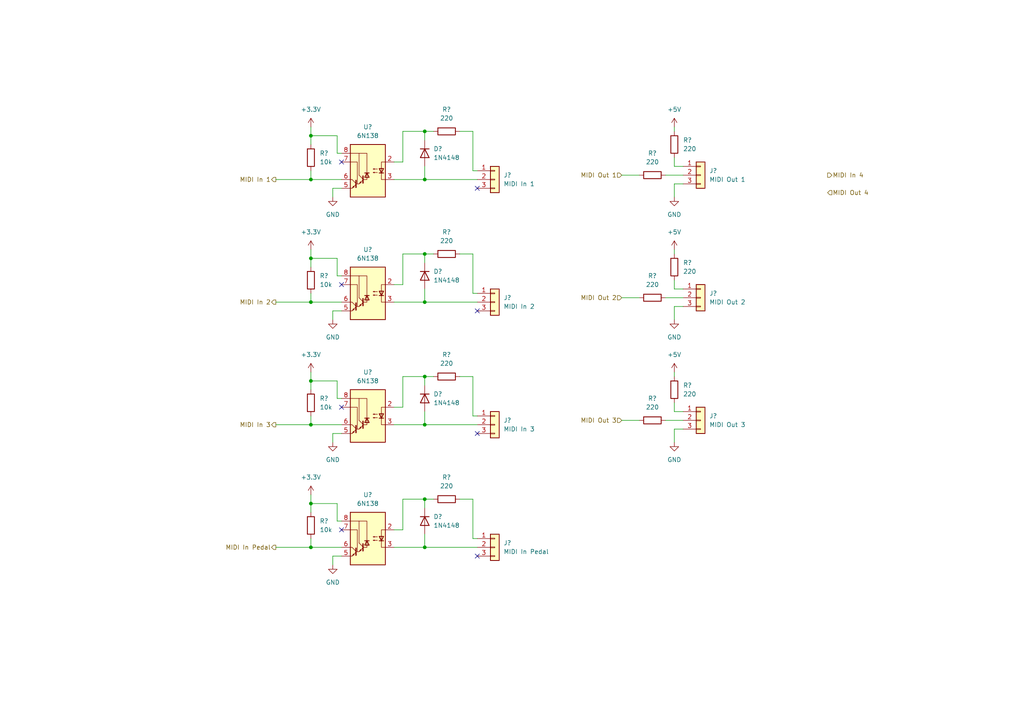
<source format=kicad_sch>
(kicad_sch (version 20230121) (generator eeschema)

  (uuid 4779ae58-6455-4376-b8e3-66e6fddf7949)

  (paper "A4")

  (lib_symbols
    (symbol "Connector_Generic:Conn_01x03" (pin_names (offset 1.016) hide) (in_bom yes) (on_board yes)
      (property "Reference" "J" (at 0 5.08 0)
        (effects (font (size 1.27 1.27)))
      )
      (property "Value" "Conn_01x03" (at 0 -5.08 0)
        (effects (font (size 1.27 1.27)))
      )
      (property "Footprint" "" (at 0 0 0)
        (effects (font (size 1.27 1.27)) hide)
      )
      (property "Datasheet" "~" (at 0 0 0)
        (effects (font (size 1.27 1.27)) hide)
      )
      (property "ki_keywords" "connector" (at 0 0 0)
        (effects (font (size 1.27 1.27)) hide)
      )
      (property "ki_description" "Generic connector, single row, 01x03, script generated (kicad-library-utils/schlib/autogen/connector/)" (at 0 0 0)
        (effects (font (size 1.27 1.27)) hide)
      )
      (property "ki_fp_filters" "Connector*:*_1x??_*" (at 0 0 0)
        (effects (font (size 1.27 1.27)) hide)
      )
      (symbol "Conn_01x03_1_1"
        (rectangle (start -1.27 -2.413) (end 0 -2.667)
          (stroke (width 0.1524) (type default))
          (fill (type none))
        )
        (rectangle (start -1.27 0.127) (end 0 -0.127)
          (stroke (width 0.1524) (type default))
          (fill (type none))
        )
        (rectangle (start -1.27 2.667) (end 0 2.413)
          (stroke (width 0.1524) (type default))
          (fill (type none))
        )
        (rectangle (start -1.27 3.81) (end 1.27 -3.81)
          (stroke (width 0.254) (type default))
          (fill (type background))
        )
        (pin passive line (at -5.08 2.54 0) (length 3.81)
          (name "Pin_1" (effects (font (size 1.27 1.27))))
          (number "1" (effects (font (size 1.27 1.27))))
        )
        (pin passive line (at -5.08 0 0) (length 3.81)
          (name "Pin_2" (effects (font (size 1.27 1.27))))
          (number "2" (effects (font (size 1.27 1.27))))
        )
        (pin passive line (at -5.08 -2.54 0) (length 3.81)
          (name "Pin_3" (effects (font (size 1.27 1.27))))
          (number "3" (effects (font (size 1.27 1.27))))
        )
      )
    )
    (symbol "Device:R" (pin_numbers hide) (pin_names (offset 0)) (in_bom yes) (on_board yes)
      (property "Reference" "R" (at 2.032 0 90)
        (effects (font (size 1.27 1.27)))
      )
      (property "Value" "R" (at 0 0 90)
        (effects (font (size 1.27 1.27)))
      )
      (property "Footprint" "" (at -1.778 0 90)
        (effects (font (size 1.27 1.27)) hide)
      )
      (property "Datasheet" "~" (at 0 0 0)
        (effects (font (size 1.27 1.27)) hide)
      )
      (property "ki_keywords" "R res resistor" (at 0 0 0)
        (effects (font (size 1.27 1.27)) hide)
      )
      (property "ki_description" "Resistor" (at 0 0 0)
        (effects (font (size 1.27 1.27)) hide)
      )
      (property "ki_fp_filters" "R_*" (at 0 0 0)
        (effects (font (size 1.27 1.27)) hide)
      )
      (symbol "R_0_1"
        (rectangle (start -1.016 -2.54) (end 1.016 2.54)
          (stroke (width 0.254) (type default))
          (fill (type none))
        )
      )
      (symbol "R_1_1"
        (pin passive line (at 0 3.81 270) (length 1.27)
          (name "~" (effects (font (size 1.27 1.27))))
          (number "1" (effects (font (size 1.27 1.27))))
        )
        (pin passive line (at 0 -3.81 90) (length 1.27)
          (name "~" (effects (font (size 1.27 1.27))))
          (number "2" (effects (font (size 1.27 1.27))))
        )
      )
    )
    (symbol "Diode:1N4148" (pin_numbers hide) (pin_names hide) (in_bom yes) (on_board yes)
      (property "Reference" "D" (at 0 2.54 0)
        (effects (font (size 1.27 1.27)))
      )
      (property "Value" "1N4148" (at 0 -2.54 0)
        (effects (font (size 1.27 1.27)))
      )
      (property "Footprint" "Diode_THT:D_DO-35_SOD27_P7.62mm_Horizontal" (at 0 0 0)
        (effects (font (size 1.27 1.27)) hide)
      )
      (property "Datasheet" "https://assets.nexperia.com/documents/data-sheet/1N4148_1N4448.pdf" (at 0 0 0)
        (effects (font (size 1.27 1.27)) hide)
      )
      (property "Sim.Device" "D" (at 0 0 0)
        (effects (font (size 1.27 1.27)) hide)
      )
      (property "Sim.Pins" "1=K 2=A" (at 0 0 0)
        (effects (font (size 1.27 1.27)) hide)
      )
      (property "ki_keywords" "diode" (at 0 0 0)
        (effects (font (size 1.27 1.27)) hide)
      )
      (property "ki_description" "100V 0.15A standard switching diode, DO-35" (at 0 0 0)
        (effects (font (size 1.27 1.27)) hide)
      )
      (property "ki_fp_filters" "D*DO?35*" (at 0 0 0)
        (effects (font (size 1.27 1.27)) hide)
      )
      (symbol "1N4148_0_1"
        (polyline
          (pts
            (xy -1.27 1.27)
            (xy -1.27 -1.27)
          )
          (stroke (width 0.254) (type default))
          (fill (type none))
        )
        (polyline
          (pts
            (xy 1.27 0)
            (xy -1.27 0)
          )
          (stroke (width 0) (type default))
          (fill (type none))
        )
        (polyline
          (pts
            (xy 1.27 1.27)
            (xy 1.27 -1.27)
            (xy -1.27 0)
            (xy 1.27 1.27)
          )
          (stroke (width 0.254) (type default))
          (fill (type none))
        )
      )
      (symbol "1N4148_1_1"
        (pin passive line (at -3.81 0 0) (length 2.54)
          (name "K" (effects (font (size 1.27 1.27))))
          (number "1" (effects (font (size 1.27 1.27))))
        )
        (pin passive line (at 3.81 0 180) (length 2.54)
          (name "A" (effects (font (size 1.27 1.27))))
          (number "2" (effects (font (size 1.27 1.27))))
        )
      )
    )
    (symbol "Isolator:6N138" (pin_names (offset 1.016) hide) (in_bom yes) (on_board yes)
      (property "Reference" "U" (at -4.064 8.89 0)
        (effects (font (size 1.27 1.27)))
      )
      (property "Value" "6N138" (at 2.286 8.89 0)
        (effects (font (size 1.27 1.27)))
      )
      (property "Footprint" "" (at 7.366 -7.62 0)
        (effects (font (size 1.27 1.27)) hide)
      )
      (property "Datasheet" "http://www.onsemi.com/pub/Collateral/HCPL2731-D.pdf" (at 7.366 -7.62 0)
        (effects (font (size 1.27 1.27)) hide)
      )
      (property "ki_keywords" "darlington optocoupler" (at 0 0 0)
        (effects (font (size 1.27 1.27)) hide)
      )
      (property "ki_description" "Low Input Current high Gain Split Darlington Optocouplers, -0.5V to 7V VDD, DIP-8" (at 0 0 0)
        (effects (font (size 1.27 1.27)) hide)
      )
      (property "ki_fp_filters" "DIP*W7.62mm* SMDIP*W9.53mm*" (at 0 0 0)
        (effects (font (size 1.27 1.27)) hide)
      )
      (symbol "6N138_0_1"
        (rectangle (start -5.08 7.62) (end 5.08 -7.62)
          (stroke (width 0.254) (type default))
          (fill (type background))
        )
        (polyline
          (pts
            (xy -4.572 -0.635)
            (xy -3.302 -0.635)
          )
          (stroke (width 0.254) (type default))
          (fill (type none))
        )
        (polyline
          (pts
            (xy 0.889 -0.635)
            (xy -0.381 -0.635)
          )
          (stroke (width 0.254) (type default))
          (fill (type none))
        )
        (polyline
          (pts
            (xy 1.397 -2.667)
            (xy 2.54 -3.81)
          )
          (stroke (width 0) (type default))
          (fill (type none))
        )
        (polyline
          (pts
            (xy 1.397 -2.413)
            (xy 2.54 -1.27)
          )
          (stroke (width 0) (type default))
          (fill (type none))
        )
        (polyline
          (pts
            (xy 2.54 -3.81)
            (xy 3.175 -3.81)
          )
          (stroke (width 0) (type default))
          (fill (type none))
        )
        (polyline
          (pts
            (xy 3.429 -3.937)
            (xy 4.572 -5.08)
          )
          (stroke (width 0) (type default))
          (fill (type none))
        )
        (polyline
          (pts
            (xy 3.429 -3.683)
            (xy 4.572 -2.54)
          )
          (stroke (width 0) (type default))
          (fill (type none))
        )
        (polyline
          (pts
            (xy 4.572 -5.08)
            (xy 5.08 -5.08)
          )
          (stroke (width 0) (type default))
          (fill (type none))
        )
        (polyline
          (pts
            (xy 4.572 -2.54)
            (xy 5.08 -2.54)
          )
          (stroke (width 0) (type default))
          (fill (type none))
        )
        (polyline
          (pts
            (xy 1.397 -1.524)
            (xy 1.397 -3.556)
            (xy 1.397 -3.556)
          )
          (stroke (width 0.3556) (type default))
          (fill (type none))
        )
        (polyline
          (pts
            (xy 2.54 -1.27)
            (xy 2.54 5.08)
            (xy 5.08 5.08)
          )
          (stroke (width 0) (type default))
          (fill (type none))
        )
        (polyline
          (pts
            (xy 3.429 -2.794)
            (xy 3.429 -4.826)
            (xy 3.429 -4.826)
          )
          (stroke (width 0.3556) (type default))
          (fill (type none))
        )
        (polyline
          (pts
            (xy 5.08 2.54)
            (xy 3.048 2.54)
            (xy 3.048 -3.81)
          )
          (stroke (width 0) (type default))
          (fill (type none))
        )
        (polyline
          (pts
            (xy -5.08 -2.54)
            (xy -3.937 -2.54)
            (xy -3.937 2.54)
            (xy -5.08 2.54)
          )
          (stroke (width 0) (type default))
          (fill (type none))
        )
        (polyline
          (pts
            (xy -3.937 -0.635)
            (xy -4.572 0.635)
            (xy -3.302 0.635)
            (xy -3.937 -0.635)
          )
          (stroke (width 0.254) (type default))
          (fill (type none))
        )
        (polyline
          (pts
            (xy 0.254 -0.635)
            (xy 0.889 -1.905)
            (xy -0.381 -1.905)
            (xy 0.254 -0.635)
          )
          (stroke (width 0.254) (type default))
          (fill (type none))
        )
        (polyline
          (pts
            (xy 1.27 -2.54)
            (xy 0.254 -2.54)
            (xy 0.254 5.08)
            (xy 2.54 5.08)
          )
          (stroke (width 0) (type default))
          (fill (type none))
        )
        (polyline
          (pts
            (xy 2.413 -3.683)
            (xy 2.159 -3.175)
            (xy 1.905 -3.429)
            (xy 2.413 -3.683)
          )
          (stroke (width 0) (type default))
          (fill (type none))
        )
        (polyline
          (pts
            (xy 4.445 -4.953)
            (xy 4.191 -4.445)
            (xy 3.937 -4.699)
            (xy 4.445 -4.953)
          )
          (stroke (width 0) (type default))
          (fill (type none))
        )
        (polyline
          (pts
            (xy -2.794 -0.508)
            (xy -1.524 -0.508)
            (xy -1.905 -0.635)
            (xy -1.905 -0.381)
            (xy -1.524 -0.508)
          )
          (stroke (width 0) (type default))
          (fill (type none))
        )
        (polyline
          (pts
            (xy -2.794 0.508)
            (xy -1.524 0.508)
            (xy -1.905 0.381)
            (xy -1.905 0.635)
            (xy -1.524 0.508)
          )
          (stroke (width 0) (type default))
          (fill (type none))
        )
      )
      (symbol "6N138_1_1"
        (pin no_connect line (at -5.08 5.08 0) (length 2.54) hide
          (name "NC" (effects (font (size 1.27 1.27))))
          (number "1" (effects (font (size 1.27 1.27))))
        )
        (pin passive line (at -7.62 2.54 0) (length 2.54)
          (name "C1" (effects (font (size 1.27 1.27))))
          (number "2" (effects (font (size 1.27 1.27))))
        )
        (pin passive line (at -7.62 -2.54 0) (length 2.54)
          (name "C2" (effects (font (size 1.27 1.27))))
          (number "3" (effects (font (size 1.27 1.27))))
        )
        (pin no_connect line (at -5.08 -5.08 0) (length 2.54) hide
          (name "NC" (effects (font (size 1.27 1.27))))
          (number "4" (effects (font (size 1.27 1.27))))
        )
        (pin passive line (at 7.62 -5.08 180) (length 2.54)
          (name "GND" (effects (font (size 1.27 1.27))))
          (number "5" (effects (font (size 1.27 1.27))))
        )
        (pin passive line (at 7.62 -2.54 180) (length 2.54)
          (name "VO2" (effects (font (size 1.27 1.27))))
          (number "6" (effects (font (size 1.27 1.27))))
        )
        (pin passive line (at 7.62 2.54 180) (length 2.54)
          (name "VO1" (effects (font (size 1.27 1.27))))
          (number "7" (effects (font (size 1.27 1.27))))
        )
        (pin passive line (at 7.62 5.08 180) (length 2.54)
          (name "VCC" (effects (font (size 1.27 1.27))))
          (number "8" (effects (font (size 1.27 1.27))))
        )
      )
    )
    (symbol "power:+3.3V" (power) (pin_names (offset 0)) (in_bom yes) (on_board yes)
      (property "Reference" "#PWR" (at 0 -3.81 0)
        (effects (font (size 1.27 1.27)) hide)
      )
      (property "Value" "+3.3V" (at 0 3.556 0)
        (effects (font (size 1.27 1.27)))
      )
      (property "Footprint" "" (at 0 0 0)
        (effects (font (size 1.27 1.27)) hide)
      )
      (property "Datasheet" "" (at 0 0 0)
        (effects (font (size 1.27 1.27)) hide)
      )
      (property "ki_keywords" "global power" (at 0 0 0)
        (effects (font (size 1.27 1.27)) hide)
      )
      (property "ki_description" "Power symbol creates a global label with name \"+3.3V\"" (at 0 0 0)
        (effects (font (size 1.27 1.27)) hide)
      )
      (symbol "+3.3V_0_1"
        (polyline
          (pts
            (xy -0.762 1.27)
            (xy 0 2.54)
          )
          (stroke (width 0) (type default))
          (fill (type none))
        )
        (polyline
          (pts
            (xy 0 0)
            (xy 0 2.54)
          )
          (stroke (width 0) (type default))
          (fill (type none))
        )
        (polyline
          (pts
            (xy 0 2.54)
            (xy 0.762 1.27)
          )
          (stroke (width 0) (type default))
          (fill (type none))
        )
      )
      (symbol "+3.3V_1_1"
        (pin power_in line (at 0 0 90) (length 0) hide
          (name "+3.3V" (effects (font (size 1.27 1.27))))
          (number "1" (effects (font (size 1.27 1.27))))
        )
      )
    )
    (symbol "power:+5V" (power) (pin_names (offset 0)) (in_bom yes) (on_board yes)
      (property "Reference" "#PWR" (at 0 -3.81 0)
        (effects (font (size 1.27 1.27)) hide)
      )
      (property "Value" "+5V" (at 0 3.556 0)
        (effects (font (size 1.27 1.27)))
      )
      (property "Footprint" "" (at 0 0 0)
        (effects (font (size 1.27 1.27)) hide)
      )
      (property "Datasheet" "" (at 0 0 0)
        (effects (font (size 1.27 1.27)) hide)
      )
      (property "ki_keywords" "global power" (at 0 0 0)
        (effects (font (size 1.27 1.27)) hide)
      )
      (property "ki_description" "Power symbol creates a global label with name \"+5V\"" (at 0 0 0)
        (effects (font (size 1.27 1.27)) hide)
      )
      (symbol "+5V_0_1"
        (polyline
          (pts
            (xy -0.762 1.27)
            (xy 0 2.54)
          )
          (stroke (width 0) (type default))
          (fill (type none))
        )
        (polyline
          (pts
            (xy 0 0)
            (xy 0 2.54)
          )
          (stroke (width 0) (type default))
          (fill (type none))
        )
        (polyline
          (pts
            (xy 0 2.54)
            (xy 0.762 1.27)
          )
          (stroke (width 0) (type default))
          (fill (type none))
        )
      )
      (symbol "+5V_1_1"
        (pin power_in line (at 0 0 90) (length 0) hide
          (name "+5V" (effects (font (size 1.27 1.27))))
          (number "1" (effects (font (size 1.27 1.27))))
        )
      )
    )
    (symbol "power:GND" (power) (pin_names (offset 0)) (in_bom yes) (on_board yes)
      (property "Reference" "#PWR" (at 0 -6.35 0)
        (effects (font (size 1.27 1.27)) hide)
      )
      (property "Value" "GND" (at 0 -3.81 0)
        (effects (font (size 1.27 1.27)))
      )
      (property "Footprint" "" (at 0 0 0)
        (effects (font (size 1.27 1.27)) hide)
      )
      (property "Datasheet" "" (at 0 0 0)
        (effects (font (size 1.27 1.27)) hide)
      )
      (property "ki_keywords" "global power" (at 0 0 0)
        (effects (font (size 1.27 1.27)) hide)
      )
      (property "ki_description" "Power symbol creates a global label with name \"GND\" , ground" (at 0 0 0)
        (effects (font (size 1.27 1.27)) hide)
      )
      (symbol "GND_0_1"
        (polyline
          (pts
            (xy 0 0)
            (xy 0 -1.27)
            (xy 1.27 -1.27)
            (xy 0 -2.54)
            (xy -1.27 -1.27)
            (xy 0 -1.27)
          )
          (stroke (width 0) (type default))
          (fill (type none))
        )
      )
      (symbol "GND_1_1"
        (pin power_in line (at 0 0 270) (length 0) hide
          (name "GND" (effects (font (size 1.27 1.27))))
          (number "1" (effects (font (size 1.27 1.27))))
        )
      )
    )
  )

  (junction (at 90.17 39.37) (diameter 0) (color 0 0 0 0)
    (uuid 210d4271-f4d6-48dd-a74f-14e8817b3ba1)
  )
  (junction (at 90.17 146.05) (diameter 0) (color 0 0 0 0)
    (uuid 26eadf2e-04f8-4515-832e-e2d26ed3335a)
  )
  (junction (at 90.17 52.07) (diameter 0) (color 0 0 0 0)
    (uuid 339ef85b-f1c5-4b26-aa10-c4f62865e8a3)
  )
  (junction (at 90.17 123.19) (diameter 0) (color 0 0 0 0)
    (uuid 3e983fc8-bdb4-4306-b185-b1ce824120ba)
  )
  (junction (at 123.19 144.78) (diameter 0) (color 0 0 0 0)
    (uuid 555cbba6-86c5-443b-aad6-91b7cb95dcb1)
  )
  (junction (at 90.17 87.63) (diameter 0) (color 0 0 0 0)
    (uuid 6830c747-0a10-4967-af0d-a48feaa89f31)
  )
  (junction (at 90.17 158.75) (diameter 0) (color 0 0 0 0)
    (uuid 7fea5c07-9099-4b0d-83fe-0d8d77d6a6b9)
  )
  (junction (at 123.19 87.63) (diameter 0) (color 0 0 0 0)
    (uuid a615c872-e6c3-4b2d-9808-887b68cebf62)
  )
  (junction (at 123.19 52.07) (diameter 0) (color 0 0 0 0)
    (uuid b1db2f0a-f55e-424f-92e4-bb8f4825d791)
  )
  (junction (at 123.19 73.66) (diameter 0) (color 0 0 0 0)
    (uuid b815eb8b-8d92-4d30-81c0-919d9c9cf52c)
  )
  (junction (at 123.19 123.19) (diameter 0) (color 0 0 0 0)
    (uuid bf62561c-d204-4dd5-8fe8-b368f017fdb7)
  )
  (junction (at 90.17 110.49) (diameter 0) (color 0 0 0 0)
    (uuid deb8ff06-ec78-48db-82e8-1e43af31d68a)
  )
  (junction (at 123.19 109.22) (diameter 0) (color 0 0 0 0)
    (uuid e065fb3a-f30e-4991-8dc8-25f1ba8783fd)
  )
  (junction (at 123.19 38.1) (diameter 0) (color 0 0 0 0)
    (uuid e0722dfd-2b4c-43cf-ab02-250ba5c54177)
  )
  (junction (at 123.19 158.75) (diameter 0) (color 0 0 0 0)
    (uuid e302eb99-cfdd-497a-98bd-d49fc01b4fc1)
  )
  (junction (at 90.17 74.93) (diameter 0) (color 0 0 0 0)
    (uuid f2cab15a-6794-44e6-900d-083163a59396)
  )

  (no_connect (at 99.06 118.11) (uuid 06aab128-03d4-4b48-b8df-2dd511422baa))
  (no_connect (at 99.06 46.99) (uuid 0fe205d5-d233-45c1-9778-f4548713e46e))
  (no_connect (at 138.43 161.29) (uuid 56390c46-efc2-4615-9aef-d4303967f20b))
  (no_connect (at 99.06 82.55) (uuid 88bff9df-2cb3-497a-b04d-9a960f69ba38))
  (no_connect (at 138.43 90.17) (uuid 9338fad3-87fe-4f5c-95ed-8bb5b66a071e))
  (no_connect (at 138.43 125.73) (uuid c680d0b1-3462-45cd-a3da-0e072f65be64))
  (no_connect (at 99.06 153.67) (uuid db82b939-af14-43bf-8865-9d960fbebf2b))
  (no_connect (at 138.43 54.61) (uuid ebf1d293-3c0b-411c-87b9-559e05044375))

  (wire (pts (xy 180.34 50.8) (xy 185.42 50.8))
    (stroke (width 0) (type default))
    (uuid 0006b14d-762a-4d75-ae83-fb0841c3a5e9)
  )
  (wire (pts (xy 80.01 52.07) (xy 90.17 52.07))
    (stroke (width 0) (type default))
    (uuid 05978150-a626-411a-bc7c-dd6f87195a3b)
  )
  (wire (pts (xy 80.01 87.63) (xy 90.17 87.63))
    (stroke (width 0) (type default))
    (uuid 06644c64-4575-49d5-811b-0b72925e61f6)
  )
  (wire (pts (xy 123.19 119.38) (xy 123.19 123.19))
    (stroke (width 0) (type default))
    (uuid 067ff001-643d-41f5-a389-52d580f9d8b5)
  )
  (wire (pts (xy 123.19 52.07) (xy 138.43 52.07))
    (stroke (width 0) (type default))
    (uuid 0715adc1-ad3b-47ae-9c86-4288a556ee43)
  )
  (wire (pts (xy 138.43 120.65) (xy 137.16 120.65))
    (stroke (width 0) (type default))
    (uuid 083c2fc3-0329-4522-86d2-b2f20684046e)
  )
  (wire (pts (xy 97.79 44.45) (xy 97.79 39.37))
    (stroke (width 0) (type default))
    (uuid 08848e73-896d-4cac-a892-0eec9808fa5b)
  )
  (wire (pts (xy 116.84 118.11) (xy 116.84 109.22))
    (stroke (width 0) (type default))
    (uuid 0abe80c9-e192-46a7-bfe1-02646e6642a7)
  )
  (wire (pts (xy 123.19 73.66) (xy 123.19 76.2))
    (stroke (width 0) (type default))
    (uuid 0aed3aba-72ca-40e7-b966-be99d4a121c8)
  )
  (wire (pts (xy 123.19 123.19) (xy 138.43 123.19))
    (stroke (width 0) (type default))
    (uuid 0c9a7e4f-622e-4174-a145-7e87e08861c1)
  )
  (wire (pts (xy 96.52 163.83) (xy 96.52 161.29))
    (stroke (width 0) (type default))
    (uuid 0e452701-f8e8-4e6e-8541-36a163512562)
  )
  (wire (pts (xy 123.19 154.94) (xy 123.19 158.75))
    (stroke (width 0) (type default))
    (uuid 12a5d452-7fb9-4b2e-b926-8681b19a3032)
  )
  (wire (pts (xy 123.19 38.1) (xy 123.19 40.64))
    (stroke (width 0) (type default))
    (uuid 14b924e7-fa8d-4745-96e1-0adfc8822b8d)
  )
  (wire (pts (xy 96.52 57.15) (xy 96.52 54.61))
    (stroke (width 0) (type default))
    (uuid 16b6fde3-5487-45d5-add2-6c66fd648d55)
  )
  (wire (pts (xy 90.17 110.49) (xy 97.79 110.49))
    (stroke (width 0) (type default))
    (uuid 16bcf0d9-793d-4f2c-a89f-7f4f91c0a385)
  )
  (wire (pts (xy 90.17 74.93) (xy 97.79 74.93))
    (stroke (width 0) (type default))
    (uuid 1b2c2d2e-2672-4971-b065-d83bc284a474)
  )
  (wire (pts (xy 90.17 49.53) (xy 90.17 52.07))
    (stroke (width 0) (type default))
    (uuid 1f7a3821-a000-4519-84fc-8d2769af9aa9)
  )
  (wire (pts (xy 90.17 143.51) (xy 90.17 146.05))
    (stroke (width 0) (type default))
    (uuid 21f49561-1e0c-4896-94bb-0a6945d3a80c)
  )
  (wire (pts (xy 137.16 49.53) (xy 137.16 38.1))
    (stroke (width 0) (type default))
    (uuid 23d6c8fe-8326-4089-92d1-c765123f31fb)
  )
  (wire (pts (xy 123.19 144.78) (xy 125.73 144.78))
    (stroke (width 0) (type default))
    (uuid 26b91253-acaa-451e-9b6a-fe5d59071a06)
  )
  (wire (pts (xy 90.17 146.05) (xy 90.17 148.59))
    (stroke (width 0) (type default))
    (uuid 27cff0d5-0af5-4eed-a70a-4978009fbafa)
  )
  (wire (pts (xy 116.84 82.55) (xy 116.84 73.66))
    (stroke (width 0) (type default))
    (uuid 2839aab5-6a9a-4045-bdf8-81c96d7f45cb)
  )
  (wire (pts (xy 193.04 121.92) (xy 198.12 121.92))
    (stroke (width 0) (type default))
    (uuid 29fbcd74-df9d-43f1-aae7-13f6e3c1a681)
  )
  (wire (pts (xy 97.79 80.01) (xy 97.79 74.93))
    (stroke (width 0) (type default))
    (uuid 2b118ed8-470f-4954-b070-e6b7a70da82f)
  )
  (wire (pts (xy 114.3 123.19) (xy 123.19 123.19))
    (stroke (width 0) (type default))
    (uuid 31844d17-dd94-404a-881f-eaba80a79aa4)
  )
  (wire (pts (xy 137.16 120.65) (xy 137.16 109.22))
    (stroke (width 0) (type default))
    (uuid 320fdb86-8072-4188-9e5d-1268beaca02a)
  )
  (wire (pts (xy 99.06 44.45) (xy 97.79 44.45))
    (stroke (width 0) (type default))
    (uuid 32af7a64-0142-49b0-a971-91d67a6bc8ed)
  )
  (wire (pts (xy 123.19 109.22) (xy 125.73 109.22))
    (stroke (width 0) (type default))
    (uuid 337554c9-a290-4567-9d7b-355b232ae921)
  )
  (wire (pts (xy 96.52 125.73) (xy 99.06 125.73))
    (stroke (width 0) (type default))
    (uuid 36d9fa02-e019-4682-9b7a-ad1e46d27090)
  )
  (wire (pts (xy 193.04 86.36) (xy 198.12 86.36))
    (stroke (width 0) (type default))
    (uuid 37f2ddd1-be2b-43e9-9958-9c6b98b77232)
  )
  (wire (pts (xy 99.06 151.13) (xy 97.79 151.13))
    (stroke (width 0) (type default))
    (uuid 3c787a28-fe74-4152-b681-be00d2b4bdd1)
  )
  (wire (pts (xy 195.58 45.72) (xy 195.58 48.26))
    (stroke (width 0) (type default))
    (uuid 3d9fdb42-a218-4c02-ab28-4e6b6d8ec532)
  )
  (wire (pts (xy 90.17 74.93) (xy 90.17 77.47))
    (stroke (width 0) (type default))
    (uuid 404fc792-295d-4246-a888-6a3ee5341474)
  )
  (wire (pts (xy 90.17 123.19) (xy 99.06 123.19))
    (stroke (width 0) (type default))
    (uuid 43bacc80-3a00-47e9-acc0-8bd93445c79d)
  )
  (wire (pts (xy 195.58 48.26) (xy 198.12 48.26))
    (stroke (width 0) (type default))
    (uuid 46204493-edd5-4bf0-a3e9-e6e5d65861c7)
  )
  (wire (pts (xy 97.79 115.57) (xy 97.79 110.49))
    (stroke (width 0) (type default))
    (uuid 4695ed37-8a9c-4066-a7a2-87b12037dda9)
  )
  (wire (pts (xy 96.52 54.61) (xy 99.06 54.61))
    (stroke (width 0) (type default))
    (uuid 496263f2-a88d-4b27-8d47-5fb19f49c429)
  )
  (wire (pts (xy 195.58 116.84) (xy 195.58 119.38))
    (stroke (width 0) (type default))
    (uuid 4c84debc-0cb3-48d6-83d1-3040382ecfbc)
  )
  (wire (pts (xy 114.3 158.75) (xy 123.19 158.75))
    (stroke (width 0) (type default))
    (uuid 4d3bcfa9-6aad-4bac-8bd3-3bd8a77e69eb)
  )
  (wire (pts (xy 195.58 83.82) (xy 198.12 83.82))
    (stroke (width 0) (type default))
    (uuid 51999ffb-6ec1-43de-9853-233e25866aa4)
  )
  (wire (pts (xy 137.16 109.22) (xy 133.35 109.22))
    (stroke (width 0) (type default))
    (uuid 545ea97b-bd44-4109-aa85-ec2daf372c2f)
  )
  (wire (pts (xy 116.84 38.1) (xy 123.19 38.1))
    (stroke (width 0) (type default))
    (uuid 602de9ab-1128-4d99-a2b0-9afe05ffb794)
  )
  (wire (pts (xy 116.84 46.99) (xy 116.84 38.1))
    (stroke (width 0) (type default))
    (uuid 618ae9b6-7a2c-4f4e-850e-e1d55c998546)
  )
  (wire (pts (xy 90.17 39.37) (xy 97.79 39.37))
    (stroke (width 0) (type default))
    (uuid 6445f226-aca7-40ae-8362-e6a973dd3822)
  )
  (wire (pts (xy 96.52 90.17) (xy 99.06 90.17))
    (stroke (width 0) (type default))
    (uuid 64526254-4d63-4448-a5d0-ad73cfca97c1)
  )
  (wire (pts (xy 180.34 86.36) (xy 185.42 86.36))
    (stroke (width 0) (type default))
    (uuid 671223ac-70a4-421f-9ecf-b7ea0810b989)
  )
  (wire (pts (xy 114.3 118.11) (xy 116.84 118.11))
    (stroke (width 0) (type default))
    (uuid 69c10f4e-8deb-44e8-b215-02cbf562e4a6)
  )
  (wire (pts (xy 137.16 38.1) (xy 133.35 38.1))
    (stroke (width 0) (type default))
    (uuid 6a4f250f-881b-44cf-9e72-6927ca119ca5)
  )
  (wire (pts (xy 123.19 87.63) (xy 138.43 87.63))
    (stroke (width 0) (type default))
    (uuid 6ca6cb96-92bc-4219-aab8-fef35003a3a5)
  )
  (wire (pts (xy 90.17 36.83) (xy 90.17 39.37))
    (stroke (width 0) (type default))
    (uuid 6d3620b2-23db-44ef-8064-9d01884f48e9)
  )
  (wire (pts (xy 123.19 109.22) (xy 123.19 111.76))
    (stroke (width 0) (type default))
    (uuid 7005fb1c-3935-42c8-a1de-3e4c3176bd95)
  )
  (wire (pts (xy 195.58 119.38) (xy 198.12 119.38))
    (stroke (width 0) (type default))
    (uuid 71882cc9-b0c9-4c38-9cdf-581b8364330c)
  )
  (wire (pts (xy 123.19 73.66) (xy 125.73 73.66))
    (stroke (width 0) (type default))
    (uuid 73b2d33d-681c-4e16-8c09-ec9366be5eee)
  )
  (wire (pts (xy 97.79 151.13) (xy 97.79 146.05))
    (stroke (width 0) (type default))
    (uuid 74516d8f-cf90-4d03-974a-3e8be0859a0d)
  )
  (wire (pts (xy 80.01 123.19) (xy 90.17 123.19))
    (stroke (width 0) (type default))
    (uuid 764d3f71-97ad-4aec-843f-7363db96e3db)
  )
  (wire (pts (xy 90.17 110.49) (xy 90.17 113.03))
    (stroke (width 0) (type default))
    (uuid 78e54ddb-dade-4b57-9855-73aeab590c21)
  )
  (wire (pts (xy 195.58 36.83) (xy 195.58 38.1))
    (stroke (width 0) (type default))
    (uuid 7b51a269-b16f-4cc2-82de-526ca9fda77b)
  )
  (wire (pts (xy 138.43 156.21) (xy 137.16 156.21))
    (stroke (width 0) (type default))
    (uuid 7c407b5e-b73b-4686-8472-a7ac776dbba8)
  )
  (wire (pts (xy 96.52 128.27) (xy 96.52 125.73))
    (stroke (width 0) (type default))
    (uuid 7ca18242-ed00-40a0-9c0e-65ac4f266f69)
  )
  (wire (pts (xy 180.34 121.92) (xy 185.42 121.92))
    (stroke (width 0) (type default))
    (uuid 81f2e771-c6bc-493c-8074-3b49fd35f38b)
  )
  (wire (pts (xy 96.52 92.71) (xy 96.52 90.17))
    (stroke (width 0) (type default))
    (uuid 822599f2-af57-4ffe-bb69-83168ee08983)
  )
  (wire (pts (xy 90.17 72.39) (xy 90.17 74.93))
    (stroke (width 0) (type default))
    (uuid 8939292d-6ccb-4c4e-b8a3-ddbaea63c56e)
  )
  (wire (pts (xy 90.17 39.37) (xy 90.17 41.91))
    (stroke (width 0) (type default))
    (uuid 8c49c409-91aa-4c56-bf81-8a33f41c4f23)
  )
  (wire (pts (xy 195.58 53.34) (xy 198.12 53.34))
    (stroke (width 0) (type default))
    (uuid 8dc91580-4ff3-416f-8f6b-8f9d87ca903a)
  )
  (wire (pts (xy 114.3 87.63) (xy 123.19 87.63))
    (stroke (width 0) (type default))
    (uuid 8f4b6185-5ffa-4833-bba9-a8ef1b31e70c)
  )
  (wire (pts (xy 96.52 161.29) (xy 99.06 161.29))
    (stroke (width 0) (type default))
    (uuid 8fa8b50d-2b1f-4d95-a32a-65fb025f9c41)
  )
  (wire (pts (xy 137.16 156.21) (xy 137.16 144.78))
    (stroke (width 0) (type default))
    (uuid 904cbff7-23c0-43a3-90a5-de6052fe38e3)
  )
  (wire (pts (xy 90.17 120.65) (xy 90.17 123.19))
    (stroke (width 0) (type default))
    (uuid 93871e6c-e228-4aac-92ce-44e335251abe)
  )
  (wire (pts (xy 116.84 153.67) (xy 116.84 144.78))
    (stroke (width 0) (type default))
    (uuid 93fc2a90-ee95-447b-afcd-5bdf9f5471e8)
  )
  (wire (pts (xy 138.43 85.09) (xy 137.16 85.09))
    (stroke (width 0) (type default))
    (uuid 9804adeb-2134-40aa-af48-f4af8d51fd05)
  )
  (wire (pts (xy 114.3 153.67) (xy 116.84 153.67))
    (stroke (width 0) (type default))
    (uuid 98dc8d51-c490-449a-b7d1-b70b3e7dff8d)
  )
  (wire (pts (xy 99.06 115.57) (xy 97.79 115.57))
    (stroke (width 0) (type default))
    (uuid ab72588b-a2db-413e-b6ce-c3785df5e4ad)
  )
  (wire (pts (xy 90.17 156.21) (xy 90.17 158.75))
    (stroke (width 0) (type default))
    (uuid ac91e33d-e2ef-4a88-a281-21c42487c42e)
  )
  (wire (pts (xy 123.19 38.1) (xy 125.73 38.1))
    (stroke (width 0) (type default))
    (uuid ae956d6f-af34-43a1-9915-671f758c9228)
  )
  (wire (pts (xy 116.84 109.22) (xy 123.19 109.22))
    (stroke (width 0) (type default))
    (uuid aeb9194b-a983-408b-953c-7c8b06643a37)
  )
  (wire (pts (xy 195.58 92.71) (xy 195.58 88.9))
    (stroke (width 0) (type default))
    (uuid affc6f5a-eb5f-4e61-bc00-2ae109c4e40c)
  )
  (wire (pts (xy 116.84 73.66) (xy 123.19 73.66))
    (stroke (width 0) (type default))
    (uuid b15e0c58-7365-4944-b9b0-9358ec9e2359)
  )
  (wire (pts (xy 195.58 128.27) (xy 195.58 124.46))
    (stroke (width 0) (type default))
    (uuid b69188c6-0271-42ef-b5a3-9f6f54e273eb)
  )
  (wire (pts (xy 137.16 85.09) (xy 137.16 73.66))
    (stroke (width 0) (type default))
    (uuid b6bf065a-36bd-4da7-8517-26a5caf46e55)
  )
  (wire (pts (xy 114.3 52.07) (xy 123.19 52.07))
    (stroke (width 0) (type default))
    (uuid bbc6f8b2-c437-42df-abd2-28967367b196)
  )
  (wire (pts (xy 99.06 80.01) (xy 97.79 80.01))
    (stroke (width 0) (type default))
    (uuid bd2665d5-19c4-47fd-8225-8a53f7fc297f)
  )
  (wire (pts (xy 195.58 81.28) (xy 195.58 83.82))
    (stroke (width 0) (type default))
    (uuid bdcf8fed-c364-474b-bb4b-dab9fbf9c266)
  )
  (wire (pts (xy 137.16 73.66) (xy 133.35 73.66))
    (stroke (width 0) (type default))
    (uuid c0ccd55a-382c-4e1c-af98-046d7f3b3599)
  )
  (wire (pts (xy 123.19 158.75) (xy 138.43 158.75))
    (stroke (width 0) (type default))
    (uuid c4c10b71-8e41-4f94-ab50-42f28a0ba15a)
  )
  (wire (pts (xy 137.16 144.78) (xy 133.35 144.78))
    (stroke (width 0) (type default))
    (uuid c5afcff3-73ec-40cd-bfb9-c63a1bed8933)
  )
  (wire (pts (xy 90.17 107.95) (xy 90.17 110.49))
    (stroke (width 0) (type default))
    (uuid c698582e-f340-420b-979c-e762ed97b99b)
  )
  (wire (pts (xy 114.3 46.99) (xy 116.84 46.99))
    (stroke (width 0) (type default))
    (uuid c69d1f4d-a665-4471-9f4e-1001ac0aaed9)
  )
  (wire (pts (xy 195.58 57.15) (xy 195.58 53.34))
    (stroke (width 0) (type default))
    (uuid cffad4e1-f1aa-46f1-a3aa-d45b3f9232e7)
  )
  (wire (pts (xy 114.3 82.55) (xy 116.84 82.55))
    (stroke (width 0) (type default))
    (uuid d5ffd779-1c9a-4ea1-a480-f8a9ffd28321)
  )
  (wire (pts (xy 80.01 158.75) (xy 90.17 158.75))
    (stroke (width 0) (type default))
    (uuid d6860066-e1c0-47c2-977e-4e201897d336)
  )
  (wire (pts (xy 195.58 124.46) (xy 198.12 124.46))
    (stroke (width 0) (type default))
    (uuid da0485ac-fa2b-477f-8a5b-76430cc4614f)
  )
  (wire (pts (xy 138.43 49.53) (xy 137.16 49.53))
    (stroke (width 0) (type default))
    (uuid de3b6907-3c0f-4296-adb0-4620f3273439)
  )
  (wire (pts (xy 123.19 48.26) (xy 123.19 52.07))
    (stroke (width 0) (type default))
    (uuid e124afb8-0e24-49e1-bdae-c2ae68b71db7)
  )
  (wire (pts (xy 193.04 50.8) (xy 198.12 50.8))
    (stroke (width 0) (type default))
    (uuid e711cb3e-109c-48a3-8806-8faa39294703)
  )
  (wire (pts (xy 90.17 158.75) (xy 99.06 158.75))
    (stroke (width 0) (type default))
    (uuid e789714d-b371-48ba-bc2e-dcd735d8ed2e)
  )
  (wire (pts (xy 195.58 72.39) (xy 195.58 73.66))
    (stroke (width 0) (type default))
    (uuid e9c5c4ad-0ece-4f67-815c-00fed1eb8853)
  )
  (wire (pts (xy 90.17 52.07) (xy 99.06 52.07))
    (stroke (width 0) (type default))
    (uuid ee0a909d-9d95-4486-84fb-5bf1ab3a6643)
  )
  (wire (pts (xy 195.58 107.95) (xy 195.58 109.22))
    (stroke (width 0) (type default))
    (uuid ef386d0d-da7a-4d23-b87e-f513f384482f)
  )
  (wire (pts (xy 90.17 85.09) (xy 90.17 87.63))
    (stroke (width 0) (type default))
    (uuid f883749b-2a23-4570-8a27-2fa55d2b923e)
  )
  (wire (pts (xy 116.84 144.78) (xy 123.19 144.78))
    (stroke (width 0) (type default))
    (uuid f91cf65a-0ca1-4f9c-ae50-83518db7b368)
  )
  (wire (pts (xy 90.17 146.05) (xy 97.79 146.05))
    (stroke (width 0) (type default))
    (uuid facb3983-f969-4b53-a58b-a78743618750)
  )
  (wire (pts (xy 123.19 144.78) (xy 123.19 147.32))
    (stroke (width 0) (type default))
    (uuid fb82bc1f-df12-4b82-808d-5f1d8f075255)
  )
  (wire (pts (xy 123.19 83.82) (xy 123.19 87.63))
    (stroke (width 0) (type default))
    (uuid fc226ab2-c098-4cf3-a935-58a919deb632)
  )
  (wire (pts (xy 90.17 87.63) (xy 99.06 87.63))
    (stroke (width 0) (type default))
    (uuid fe674ccd-2b1c-40c7-8f8e-1426ccad087d)
  )
  (wire (pts (xy 195.58 88.9) (xy 198.12 88.9))
    (stroke (width 0) (type default))
    (uuid ffae1518-734b-4845-b898-cd13d9b7245b)
  )

  (hierarchical_label "MIDI Out 2" (shape input) (at 180.34 86.36 180) (fields_autoplaced)
    (effects (font (size 1.27 1.27)) (justify right))
    (uuid 288cae58-bd42-4e4e-9dec-77fbb640cdd2)
  )
  (hierarchical_label "MIDI Out 1" (shape input) (at 180.34 50.8 180) (fields_autoplaced)
    (effects (font (size 1.27 1.27)) (justify right))
    (uuid 2c4e689b-37bf-46ed-a4b5-f7ffd4610f7d)
  )
  (hierarchical_label "MIDI In 4" (shape output) (at 240.03 50.8 0) (fields_autoplaced)
    (effects (font (size 1.27 1.27)) (justify left))
    (uuid 455d9161-abef-4771-923f-452a7674662a)
  )
  (hierarchical_label "MIDI Out 4" (shape input) (at 240.03 55.88 0) (fields_autoplaced)
    (effects (font (size 1.27 1.27)) (justify left))
    (uuid 8824b35d-9e22-4439-bbe2-276d9ed42f83)
  )
  (hierarchical_label "MIDI In 2" (shape output) (at 80.01 87.63 180) (fields_autoplaced)
    (effects (font (size 1.27 1.27)) (justify right))
    (uuid 8f761a5c-8b24-48db-8237-f9df4e83820b)
  )
  (hierarchical_label "MIDI In Pedal" (shape output) (at 80.01 158.75 180) (fields_autoplaced)
    (effects (font (size 1.27 1.27)) (justify right))
    (uuid 92ae8ca6-8af6-445a-be25-b7b490542007)
  )
  (hierarchical_label "MIDI In 1" (shape output) (at 80.01 52.07 180) (fields_autoplaced)
    (effects (font (size 1.27 1.27)) (justify right))
    (uuid c12c17d8-4391-47c9-a0fe-ceae0817e93f)
  )
  (hierarchical_label "MIDI Out 3" (shape input) (at 180.34 121.92 180) (fields_autoplaced)
    (effects (font (size 1.27 1.27)) (justify right))
    (uuid c875914d-8ea8-4418-989b-2186077824db)
  )
  (hierarchical_label "MIDI In 3" (shape output) (at 80.01 123.19 180) (fields_autoplaced)
    (effects (font (size 1.27 1.27)) (justify right))
    (uuid eb71b7e8-da44-440e-adf7-4b77fc8cec8a)
  )

  (symbol (lib_id "Connector_Generic:Conn_01x03") (at 143.51 123.19 0) (unit 1)
    (in_bom yes) (on_board yes) (dnp no) (fields_autoplaced)
    (uuid 020dcc89-3852-4a26-8860-6a6e97d4cf73)
    (property "Reference" "J?" (at 146.05 121.9199 0)
      (effects (font (size 1.27 1.27)) (justify left))
    )
    (property "Value" "MIDI In 3" (at 146.05 124.4599 0)
      (effects (font (size 1.27 1.27)) (justify left))
    )
    (property "Footprint" "" (at 143.51 123.19 0)
      (effects (font (size 1.27 1.27)) hide)
    )
    (property "Datasheet" "~" (at 143.51 123.19 0)
      (effects (font (size 1.27 1.27)) hide)
    )
    (pin "1" (uuid e04ef5b5-4193-4625-8f49-f11f9a142213))
    (pin "2" (uuid 4111760d-005b-4029-bb3c-bc7b808bd888))
    (pin "3" (uuid d4ab0956-9149-47a5-b866-d9e49236c06e))
    (instances
      (project "MIDIController"
        (path "/92e30726-a111-410e-a189-3ef5a23983ec/c4199b48-7185-4e07-8f3c-5bba6f77f3bc"
          (reference "J?") (unit 1)
        )
      )
    )
  )

  (symbol (lib_id "Device:R") (at 129.54 144.78 270) (unit 1)
    (in_bom yes) (on_board yes) (dnp no) (fields_autoplaced)
    (uuid 0756a5a5-fb8f-482c-a696-5d0c3f2ee3a4)
    (property "Reference" "R?" (at 129.54 138.43 90)
      (effects (font (size 1.27 1.27)))
    )
    (property "Value" "220" (at 129.54 140.97 90)
      (effects (font (size 1.27 1.27)))
    )
    (property "Footprint" "Resistor_THT:R_Axial_DIN0204_L3.6mm_D1.6mm_P2.54mm_Vertical" (at 129.54 143.002 90)
      (effects (font (size 1.27 1.27)) hide)
    )
    (property "Datasheet" "~" (at 129.54 144.78 0)
      (effects (font (size 1.27 1.27)) hide)
    )
    (pin "1" (uuid 7dc4b221-abcf-4da0-831f-8646a5400cff))
    (pin "2" (uuid a77e2829-357a-4004-ad47-750db374ce12))
    (instances
      (project "MIDIController"
        (path "/92e30726-a111-410e-a189-3ef5a23983ec/c4199b48-7185-4e07-8f3c-5bba6f77f3bc"
          (reference "R?") (unit 1)
        )
      )
    )
  )

  (symbol (lib_id "power:GND") (at 96.52 92.71 0) (unit 1)
    (in_bom yes) (on_board yes) (dnp no) (fields_autoplaced)
    (uuid 08fe8aec-aabf-421b-b0ac-9372640c1a3c)
    (property "Reference" "#PWR?" (at 96.52 99.06 0)
      (effects (font (size 1.27 1.27)) hide)
    )
    (property "Value" "GND" (at 96.52 97.79 0)
      (effects (font (size 1.27 1.27)))
    )
    (property "Footprint" "" (at 96.52 92.71 0)
      (effects (font (size 1.27 1.27)) hide)
    )
    (property "Datasheet" "" (at 96.52 92.71 0)
      (effects (font (size 1.27 1.27)) hide)
    )
    (pin "1" (uuid 92e392ef-67e9-425f-a5ff-90f035ab25d5))
    (instances
      (project "MIDIController"
        (path "/92e30726-a111-410e-a189-3ef5a23983ec/c4199b48-7185-4e07-8f3c-5bba6f77f3bc"
          (reference "#PWR?") (unit 1)
        )
      )
    )
  )

  (symbol (lib_id "power:GND") (at 195.58 92.71 0) (unit 1)
    (in_bom yes) (on_board yes) (dnp no) (fields_autoplaced)
    (uuid 0bec2e61-09ec-4406-b7de-e4b1340a9713)
    (property "Reference" "#PWR?" (at 195.58 99.06 0)
      (effects (font (size 1.27 1.27)) hide)
    )
    (property "Value" "GND" (at 195.58 97.79 0)
      (effects (font (size 1.27 1.27)))
    )
    (property "Footprint" "" (at 195.58 92.71 0)
      (effects (font (size 1.27 1.27)) hide)
    )
    (property "Datasheet" "" (at 195.58 92.71 0)
      (effects (font (size 1.27 1.27)) hide)
    )
    (pin "1" (uuid e638d4ee-361b-42f6-a64b-cefe1cb74deb))
    (instances
      (project "MIDIController"
        (path "/92e30726-a111-410e-a189-3ef5a23983ec/c4199b48-7185-4e07-8f3c-5bba6f77f3bc"
          (reference "#PWR?") (unit 1)
        )
      )
    )
  )

  (symbol (lib_id "power:+3.3V") (at 90.17 36.83 0) (unit 1)
    (in_bom yes) (on_board yes) (dnp no) (fields_autoplaced)
    (uuid 15218ad1-837f-437f-8ec6-6b7b731a5d0b)
    (property "Reference" "#PWR?" (at 90.17 40.64 0)
      (effects (font (size 1.27 1.27)) hide)
    )
    (property "Value" "+3.3V" (at 90.17 31.75 0)
      (effects (font (size 1.27 1.27)))
    )
    (property "Footprint" "" (at 90.17 36.83 0)
      (effects (font (size 1.27 1.27)) hide)
    )
    (property "Datasheet" "" (at 90.17 36.83 0)
      (effects (font (size 1.27 1.27)) hide)
    )
    (pin "1" (uuid 76e34e9e-6d9d-41bf-9bae-a87ce8a1d2df))
    (instances
      (project "MIDIController"
        (path "/92e30726-a111-410e-a189-3ef5a23983ec/c4199b48-7185-4e07-8f3c-5bba6f77f3bc"
          (reference "#PWR?") (unit 1)
        )
      )
    )
  )

  (symbol (lib_id "power:+3.3V") (at 90.17 107.95 0) (unit 1)
    (in_bom yes) (on_board yes) (dnp no) (fields_autoplaced)
    (uuid 2469834d-abfa-46ef-a67a-561f7d30342e)
    (property "Reference" "#PWR?" (at 90.17 111.76 0)
      (effects (font (size 1.27 1.27)) hide)
    )
    (property "Value" "+3.3V" (at 90.17 102.87 0)
      (effects (font (size 1.27 1.27)))
    )
    (property "Footprint" "" (at 90.17 107.95 0)
      (effects (font (size 1.27 1.27)) hide)
    )
    (property "Datasheet" "" (at 90.17 107.95 0)
      (effects (font (size 1.27 1.27)) hide)
    )
    (pin "1" (uuid 4e68e4e2-ef1f-4822-95e1-a723d772619b))
    (instances
      (project "MIDIController"
        (path "/92e30726-a111-410e-a189-3ef5a23983ec/c4199b48-7185-4e07-8f3c-5bba6f77f3bc"
          (reference "#PWR?") (unit 1)
        )
      )
    )
  )

  (symbol (lib_id "Device:R") (at 90.17 152.4 0) (unit 1)
    (in_bom yes) (on_board yes) (dnp no) (fields_autoplaced)
    (uuid 2a977f69-4d90-4d9e-a8f6-39fa5673b438)
    (property "Reference" "R?" (at 92.71 151.1299 0)
      (effects (font (size 1.27 1.27)) (justify left))
    )
    (property "Value" "10k" (at 92.71 153.6699 0)
      (effects (font (size 1.27 1.27)) (justify left))
    )
    (property "Footprint" "Resistor_THT:R_Axial_DIN0204_L3.6mm_D1.6mm_P2.54mm_Vertical" (at 88.392 152.4 90)
      (effects (font (size 1.27 1.27)) hide)
    )
    (property "Datasheet" "~" (at 90.17 152.4 0)
      (effects (font (size 1.27 1.27)) hide)
    )
    (pin "1" (uuid c34843ac-b0e8-43e5-9392-178e26a9757e))
    (pin "2" (uuid 921511d6-da76-47c2-ac21-724621eb8587))
    (instances
      (project "MIDIController"
        (path "/92e30726-a111-410e-a189-3ef5a23983ec/c4199b48-7185-4e07-8f3c-5bba6f77f3bc"
          (reference "R?") (unit 1)
        )
      )
    )
  )

  (symbol (lib_id "Device:R") (at 90.17 116.84 0) (unit 1)
    (in_bom yes) (on_board yes) (dnp no) (fields_autoplaced)
    (uuid 30d65eab-2c97-47e8-9338-7beb19d29d8b)
    (property "Reference" "R?" (at 92.71 115.5699 0)
      (effects (font (size 1.27 1.27)) (justify left))
    )
    (property "Value" "10k" (at 92.71 118.1099 0)
      (effects (font (size 1.27 1.27)) (justify left))
    )
    (property "Footprint" "Resistor_THT:R_Axial_DIN0204_L3.6mm_D1.6mm_P2.54mm_Vertical" (at 88.392 116.84 90)
      (effects (font (size 1.27 1.27)) hide)
    )
    (property "Datasheet" "~" (at 90.17 116.84 0)
      (effects (font (size 1.27 1.27)) hide)
    )
    (pin "1" (uuid 2e8785b2-3753-4895-b02c-48684ad1d491))
    (pin "2" (uuid 0cf45a81-e7e6-43ec-b3c7-ba6223ef9e5b))
    (instances
      (project "MIDIController"
        (path "/92e30726-a111-410e-a189-3ef5a23983ec/c4199b48-7185-4e07-8f3c-5bba6f77f3bc"
          (reference "R?") (unit 1)
        )
      )
    )
  )

  (symbol (lib_id "Diode:1N4148") (at 123.19 44.45 270) (unit 1)
    (in_bom yes) (on_board yes) (dnp no) (fields_autoplaced)
    (uuid 371544cf-732c-49f9-9a1f-c863379b92a0)
    (property "Reference" "D?" (at 125.73 43.1799 90)
      (effects (font (size 1.27 1.27)) (justify left))
    )
    (property "Value" "1N4148" (at 125.73 45.7199 90)
      (effects (font (size 1.27 1.27)) (justify left))
    )
    (property "Footprint" "Diode_THT:D_DO-35_SOD27_P7.62mm_Horizontal" (at 123.19 44.45 0)
      (effects (font (size 1.27 1.27)) hide)
    )
    (property "Datasheet" "https://assets.nexperia.com/documents/data-sheet/1N4148_1N4448.pdf" (at 123.19 44.45 0)
      (effects (font (size 1.27 1.27)) hide)
    )
    (pin "1" (uuid 86a8ecc0-6622-414e-984a-5d00d322419f))
    (pin "2" (uuid 5912fc82-ab8e-4490-99cb-dc97cb0abb22))
    (instances
      (project "MIDIController"
        (path "/92e30726-a111-410e-a189-3ef5a23983ec/c4199b48-7185-4e07-8f3c-5bba6f77f3bc"
          (reference "D?") (unit 1)
        )
      )
    )
  )

  (symbol (lib_id "Device:R") (at 189.23 121.92 90) (unit 1)
    (in_bom yes) (on_board yes) (dnp no) (fields_autoplaced)
    (uuid 388eb846-2e27-4a55-bd44-1c261e7d0607)
    (property "Reference" "R?" (at 189.23 115.57 90)
      (effects (font (size 1.27 1.27)))
    )
    (property "Value" "220" (at 189.23 118.11 90)
      (effects (font (size 1.27 1.27)))
    )
    (property "Footprint" "Resistor_THT:R_Axial_DIN0204_L3.6mm_D1.6mm_P2.54mm_Vertical" (at 189.23 123.698 90)
      (effects (font (size 1.27 1.27)) hide)
    )
    (property "Datasheet" "~" (at 189.23 121.92 0)
      (effects (font (size 1.27 1.27)) hide)
    )
    (pin "1" (uuid 7d3d5d66-6d6b-4fdb-9263-3d7fdd8694cd))
    (pin "2" (uuid cbde9098-d24f-4cfc-8662-5e35e18b3c24))
    (instances
      (project "MIDIController"
        (path "/92e30726-a111-410e-a189-3ef5a23983ec/c4199b48-7185-4e07-8f3c-5bba6f77f3bc"
          (reference "R?") (unit 1)
        )
      )
    )
  )

  (symbol (lib_id "Connector_Generic:Conn_01x03") (at 203.2 50.8 0) (unit 1)
    (in_bom yes) (on_board yes) (dnp no) (fields_autoplaced)
    (uuid 3e9e794b-76b7-451c-9b26-f8f952e29a2d)
    (property "Reference" "J?" (at 205.74 49.5299 0)
      (effects (font (size 1.27 1.27)) (justify left))
    )
    (property "Value" "MIDI Out 1" (at 205.74 52.0699 0)
      (effects (font (size 1.27 1.27)) (justify left))
    )
    (property "Footprint" "" (at 203.2 50.8 0)
      (effects (font (size 1.27 1.27)) hide)
    )
    (property "Datasheet" "~" (at 203.2 50.8 0)
      (effects (font (size 1.27 1.27)) hide)
    )
    (pin "1" (uuid 350c1a7d-8abe-4ddc-b01a-66adb19f9c2c))
    (pin "2" (uuid 17fc1cd3-b05e-4002-aefb-296a359803f0))
    (pin "3" (uuid ce637428-7558-43d0-bc0a-a0fc9d41b095))
    (instances
      (project "MIDIController"
        (path "/92e30726-a111-410e-a189-3ef5a23983ec/c4199b48-7185-4e07-8f3c-5bba6f77f3bc"
          (reference "J?") (unit 1)
        )
      )
    )
  )

  (symbol (lib_id "power:GND") (at 195.58 128.27 0) (unit 1)
    (in_bom yes) (on_board yes) (dnp no) (fields_autoplaced)
    (uuid 4916078a-2578-4489-91eb-d23a1189f59a)
    (property "Reference" "#PWR?" (at 195.58 134.62 0)
      (effects (font (size 1.27 1.27)) hide)
    )
    (property "Value" "GND" (at 195.58 133.35 0)
      (effects (font (size 1.27 1.27)))
    )
    (property "Footprint" "" (at 195.58 128.27 0)
      (effects (font (size 1.27 1.27)) hide)
    )
    (property "Datasheet" "" (at 195.58 128.27 0)
      (effects (font (size 1.27 1.27)) hide)
    )
    (pin "1" (uuid cea26853-6248-4bdc-8109-ce4f9358e788))
    (instances
      (project "MIDIController"
        (path "/92e30726-a111-410e-a189-3ef5a23983ec/c4199b48-7185-4e07-8f3c-5bba6f77f3bc"
          (reference "#PWR?") (unit 1)
        )
      )
    )
  )

  (symbol (lib_id "Connector_Generic:Conn_01x03") (at 143.51 52.07 0) (unit 1)
    (in_bom yes) (on_board yes) (dnp no) (fields_autoplaced)
    (uuid 594e2a0e-6d2f-4781-8af4-e6af939bc2b5)
    (property "Reference" "J?" (at 146.05 50.7999 0)
      (effects (font (size 1.27 1.27)) (justify left))
    )
    (property "Value" "MIDI In 1" (at 146.05 53.3399 0)
      (effects (font (size 1.27 1.27)) (justify left))
    )
    (property "Footprint" "" (at 143.51 52.07 0)
      (effects (font (size 1.27 1.27)) hide)
    )
    (property "Datasheet" "~" (at 143.51 52.07 0)
      (effects (font (size 1.27 1.27)) hide)
    )
    (pin "1" (uuid e5580924-4be2-4e38-8fc9-46ffcdd474fd))
    (pin "2" (uuid d30364a9-fe36-42ab-bc61-fd73eaa97efe))
    (pin "3" (uuid f368a96b-6db2-4f95-a0dc-5b9be60c7c34))
    (instances
      (project "MIDIController"
        (path "/92e30726-a111-410e-a189-3ef5a23983ec/c4199b48-7185-4e07-8f3c-5bba6f77f3bc"
          (reference "J?") (unit 1)
        )
      )
    )
  )

  (symbol (lib_id "Connector_Generic:Conn_01x03") (at 143.51 87.63 0) (unit 1)
    (in_bom yes) (on_board yes) (dnp no) (fields_autoplaced)
    (uuid 5bfb5993-d34a-4321-939a-271902dea51f)
    (property "Reference" "J?" (at 146.05 86.3599 0)
      (effects (font (size 1.27 1.27)) (justify left))
    )
    (property "Value" "MIDI In 2" (at 146.05 88.8999 0)
      (effects (font (size 1.27 1.27)) (justify left))
    )
    (property "Footprint" "" (at 143.51 87.63 0)
      (effects (font (size 1.27 1.27)) hide)
    )
    (property "Datasheet" "~" (at 143.51 87.63 0)
      (effects (font (size 1.27 1.27)) hide)
    )
    (pin "1" (uuid c6f35395-c095-4ef0-b287-b4f2da72404d))
    (pin "2" (uuid d6544ec3-0eac-46e1-837d-711fcc38f919))
    (pin "3" (uuid b9124755-72ce-40f7-8310-616dd9b41fd4))
    (instances
      (project "MIDIController"
        (path "/92e30726-a111-410e-a189-3ef5a23983ec/c4199b48-7185-4e07-8f3c-5bba6f77f3bc"
          (reference "J?") (unit 1)
        )
      )
    )
  )

  (symbol (lib_id "power:+5V") (at 195.58 72.39 0) (unit 1)
    (in_bom yes) (on_board yes) (dnp no) (fields_autoplaced)
    (uuid 5de6465a-0564-4ace-8433-b3a96bcb1fcc)
    (property "Reference" "#PWR?" (at 195.58 76.2 0)
      (effects (font (size 1.27 1.27)) hide)
    )
    (property "Value" "+5V" (at 195.58 67.31 0)
      (effects (font (size 1.27 1.27)))
    )
    (property "Footprint" "" (at 195.58 72.39 0)
      (effects (font (size 1.27 1.27)) hide)
    )
    (property "Datasheet" "" (at 195.58 72.39 0)
      (effects (font (size 1.27 1.27)) hide)
    )
    (pin "1" (uuid f4178530-82bf-437e-bd67-af0d005d6d94))
    (instances
      (project "MIDIController"
        (path "/92e30726-a111-410e-a189-3ef5a23983ec/c4199b48-7185-4e07-8f3c-5bba6f77f3bc"
          (reference "#PWR?") (unit 1)
        )
      )
    )
  )

  (symbol (lib_id "Device:R") (at 189.23 50.8 90) (unit 1)
    (in_bom yes) (on_board yes) (dnp no) (fields_autoplaced)
    (uuid 60fac17a-b629-4144-9a7e-68e75cce5ba1)
    (property "Reference" "R?" (at 189.23 44.45 90)
      (effects (font (size 1.27 1.27)))
    )
    (property "Value" "220" (at 189.23 46.99 90)
      (effects (font (size 1.27 1.27)))
    )
    (property "Footprint" "Resistor_THT:R_Axial_DIN0204_L3.6mm_D1.6mm_P2.54mm_Vertical" (at 189.23 52.578 90)
      (effects (font (size 1.27 1.27)) hide)
    )
    (property "Datasheet" "~" (at 189.23 50.8 0)
      (effects (font (size 1.27 1.27)) hide)
    )
    (pin "1" (uuid 5df6bd96-a929-409c-b7cb-d7c7fda59092))
    (pin "2" (uuid b3022a08-e128-463b-95d7-07d30a691de9))
    (instances
      (project "MIDIController"
        (path "/92e30726-a111-410e-a189-3ef5a23983ec/c4199b48-7185-4e07-8f3c-5bba6f77f3bc"
          (reference "R?") (unit 1)
        )
      )
    )
  )

  (symbol (lib_id "Diode:1N4148") (at 123.19 80.01 270) (unit 1)
    (in_bom yes) (on_board yes) (dnp no) (fields_autoplaced)
    (uuid 62dee09f-a23d-44b9-9734-bfb6ca06e840)
    (property "Reference" "D?" (at 125.73 78.7399 90)
      (effects (font (size 1.27 1.27)) (justify left))
    )
    (property "Value" "1N4148" (at 125.73 81.2799 90)
      (effects (font (size 1.27 1.27)) (justify left))
    )
    (property "Footprint" "Diode_THT:D_DO-35_SOD27_P7.62mm_Horizontal" (at 123.19 80.01 0)
      (effects (font (size 1.27 1.27)) hide)
    )
    (property "Datasheet" "https://assets.nexperia.com/documents/data-sheet/1N4148_1N4448.pdf" (at 123.19 80.01 0)
      (effects (font (size 1.27 1.27)) hide)
    )
    (pin "1" (uuid 8849b5c7-cef2-4921-b340-5f43e7c5e25a))
    (pin "2" (uuid 8277e1d0-f5c3-4904-9f4f-d494a19e879b))
    (instances
      (project "MIDIController"
        (path "/92e30726-a111-410e-a189-3ef5a23983ec/c4199b48-7185-4e07-8f3c-5bba6f77f3bc"
          (reference "D?") (unit 1)
        )
      )
    )
  )

  (symbol (lib_id "Isolator:6N138") (at 106.68 85.09 0) (mirror y) (unit 1)
    (in_bom yes) (on_board yes) (dnp no) (fields_autoplaced)
    (uuid 63ff5899-a970-43ca-811e-6578e4664725)
    (property "Reference" "U?" (at 106.68 72.39 0)
      (effects (font (size 1.27 1.27)))
    )
    (property "Value" "6N138" (at 106.68 74.93 0)
      (effects (font (size 1.27 1.27)))
    )
    (property "Footprint" "Package_DIP:DIP-8_W7.62mm" (at 99.314 92.71 0)
      (effects (font (size 1.27 1.27)) hide)
    )
    (property "Datasheet" "http://www.onsemi.com/pub/Collateral/HCPL2731-D.pdf" (at 99.314 92.71 0)
      (effects (font (size 1.27 1.27)) hide)
    )
    (pin "1" (uuid 87a90ca5-d347-4adb-a1a3-45578fe81d10))
    (pin "2" (uuid 7531faa6-5430-4e30-b060-928b78246b5f))
    (pin "3" (uuid 7c9cec7c-7bd1-4ad7-80af-5dbdb0917070))
    (pin "4" (uuid e7b079d4-6167-48af-b505-2d0c980e8125))
    (pin "5" (uuid eb4aedee-0348-4969-a7f8-a44c6b94fb2f))
    (pin "6" (uuid 8ce6ddad-8ff5-4a44-990a-c80240a81ad0))
    (pin "7" (uuid 3d0de7eb-2e05-487a-9530-71efe4b53cc2))
    (pin "8" (uuid ef8106fa-f86d-4ac5-bd4e-e5a925add1ac))
    (instances
      (project "MIDIController"
        (path "/92e30726-a111-410e-a189-3ef5a23983ec/c4199b48-7185-4e07-8f3c-5bba6f77f3bc"
          (reference "U?") (unit 1)
        )
      )
    )
  )

  (symbol (lib_id "power:+5V") (at 195.58 36.83 0) (unit 1)
    (in_bom yes) (on_board yes) (dnp no) (fields_autoplaced)
    (uuid 78c84191-87d7-4105-a0ae-0dd9a2585768)
    (property "Reference" "#PWR?" (at 195.58 40.64 0)
      (effects (font (size 1.27 1.27)) hide)
    )
    (property "Value" "+5V" (at 195.58 31.75 0)
      (effects (font (size 1.27 1.27)))
    )
    (property "Footprint" "" (at 195.58 36.83 0)
      (effects (font (size 1.27 1.27)) hide)
    )
    (property "Datasheet" "" (at 195.58 36.83 0)
      (effects (font (size 1.27 1.27)) hide)
    )
    (pin "1" (uuid ed2f9128-534c-46a9-9f42-6e4b00109ece))
    (instances
      (project "MIDIController"
        (path "/92e30726-a111-410e-a189-3ef5a23983ec/c4199b48-7185-4e07-8f3c-5bba6f77f3bc"
          (reference "#PWR?") (unit 1)
        )
      )
    )
  )

  (symbol (lib_id "Device:R") (at 129.54 73.66 270) (unit 1)
    (in_bom yes) (on_board yes) (dnp no) (fields_autoplaced)
    (uuid 7fec4641-e939-4e8d-8ba3-4f599647d1ca)
    (property "Reference" "R?" (at 129.54 67.31 90)
      (effects (font (size 1.27 1.27)))
    )
    (property "Value" "220" (at 129.54 69.85 90)
      (effects (font (size 1.27 1.27)))
    )
    (property "Footprint" "Resistor_THT:R_Axial_DIN0204_L3.6mm_D1.6mm_P2.54mm_Vertical" (at 129.54 71.882 90)
      (effects (font (size 1.27 1.27)) hide)
    )
    (property "Datasheet" "~" (at 129.54 73.66 0)
      (effects (font (size 1.27 1.27)) hide)
    )
    (pin "1" (uuid 190e46eb-eabe-4258-80bf-99fcd6c234d7))
    (pin "2" (uuid a15cef6a-7d63-446c-a117-64eb6c0c5c39))
    (instances
      (project "MIDIController"
        (path "/92e30726-a111-410e-a189-3ef5a23983ec/c4199b48-7185-4e07-8f3c-5bba6f77f3bc"
          (reference "R?") (unit 1)
        )
      )
    )
  )

  (symbol (lib_id "power:+3.3V") (at 90.17 143.51 0) (unit 1)
    (in_bom yes) (on_board yes) (dnp no) (fields_autoplaced)
    (uuid 851ab6be-440e-423d-9747-fb1c0f2f6982)
    (property "Reference" "#PWR?" (at 90.17 147.32 0)
      (effects (font (size 1.27 1.27)) hide)
    )
    (property "Value" "+3.3V" (at 90.17 138.43 0)
      (effects (font (size 1.27 1.27)))
    )
    (property "Footprint" "" (at 90.17 143.51 0)
      (effects (font (size 1.27 1.27)) hide)
    )
    (property "Datasheet" "" (at 90.17 143.51 0)
      (effects (font (size 1.27 1.27)) hide)
    )
    (pin "1" (uuid 4081a840-7c9b-400f-b370-667b348672d4))
    (instances
      (project "MIDIController"
        (path "/92e30726-a111-410e-a189-3ef5a23983ec/c4199b48-7185-4e07-8f3c-5bba6f77f3bc"
          (reference "#PWR?") (unit 1)
        )
      )
    )
  )

  (symbol (lib_id "power:GND") (at 96.52 163.83 0) (unit 1)
    (in_bom yes) (on_board yes) (dnp no) (fields_autoplaced)
    (uuid 85ef8ace-03fa-4c91-85d0-31f4235199b3)
    (property "Reference" "#PWR?" (at 96.52 170.18 0)
      (effects (font (size 1.27 1.27)) hide)
    )
    (property "Value" "GND" (at 96.52 168.91 0)
      (effects (font (size 1.27 1.27)))
    )
    (property "Footprint" "" (at 96.52 163.83 0)
      (effects (font (size 1.27 1.27)) hide)
    )
    (property "Datasheet" "" (at 96.52 163.83 0)
      (effects (font (size 1.27 1.27)) hide)
    )
    (pin "1" (uuid 3c130f53-3aa5-423a-a3d6-b203ff8eae13))
    (instances
      (project "MIDIController"
        (path "/92e30726-a111-410e-a189-3ef5a23983ec/c4199b48-7185-4e07-8f3c-5bba6f77f3bc"
          (reference "#PWR?") (unit 1)
        )
      )
    )
  )

  (symbol (lib_id "Device:R") (at 195.58 77.47 180) (unit 1)
    (in_bom yes) (on_board yes) (dnp no) (fields_autoplaced)
    (uuid 8c5b2454-e453-4d30-be9e-dbf05c6de048)
    (property "Reference" "R?" (at 198.12 76.1999 0)
      (effects (font (size 1.27 1.27)) (justify right))
    )
    (property "Value" "220" (at 198.12 78.7399 0)
      (effects (font (size 1.27 1.27)) (justify right))
    )
    (property "Footprint" "Resistor_THT:R_Axial_DIN0204_L3.6mm_D1.6mm_P2.54mm_Vertical" (at 197.358 77.47 90)
      (effects (font (size 1.27 1.27)) hide)
    )
    (property "Datasheet" "~" (at 195.58 77.47 0)
      (effects (font (size 1.27 1.27)) hide)
    )
    (pin "1" (uuid 80f5e17b-e822-4336-b60c-6bcc4d614e1c))
    (pin "2" (uuid 817fdd04-0816-4654-b9ff-5bc158dd52b9))
    (instances
      (project "MIDIController"
        (path "/92e30726-a111-410e-a189-3ef5a23983ec/c4199b48-7185-4e07-8f3c-5bba6f77f3bc"
          (reference "R?") (unit 1)
        )
      )
    )
  )

  (symbol (lib_id "power:GND") (at 96.52 128.27 0) (unit 1)
    (in_bom yes) (on_board yes) (dnp no) (fields_autoplaced)
    (uuid 9b71dbd2-1d23-4bbb-ba3a-dfb609be8e96)
    (property "Reference" "#PWR?" (at 96.52 134.62 0)
      (effects (font (size 1.27 1.27)) hide)
    )
    (property "Value" "GND" (at 96.52 133.35 0)
      (effects (font (size 1.27 1.27)))
    )
    (property "Footprint" "" (at 96.52 128.27 0)
      (effects (font (size 1.27 1.27)) hide)
    )
    (property "Datasheet" "" (at 96.52 128.27 0)
      (effects (font (size 1.27 1.27)) hide)
    )
    (pin "1" (uuid b55045bc-e723-4d14-b066-e98ae5443f4a))
    (instances
      (project "MIDIController"
        (path "/92e30726-a111-410e-a189-3ef5a23983ec/c4199b48-7185-4e07-8f3c-5bba6f77f3bc"
          (reference "#PWR?") (unit 1)
        )
      )
    )
  )

  (symbol (lib_id "power:+5V") (at 195.58 107.95 0) (unit 1)
    (in_bom yes) (on_board yes) (dnp no) (fields_autoplaced)
    (uuid aa4d3c34-e3ef-4a89-8a61-8897242bb58c)
    (property "Reference" "#PWR?" (at 195.58 111.76 0)
      (effects (font (size 1.27 1.27)) hide)
    )
    (property "Value" "+5V" (at 195.58 102.87 0)
      (effects (font (size 1.27 1.27)))
    )
    (property "Footprint" "" (at 195.58 107.95 0)
      (effects (font (size 1.27 1.27)) hide)
    )
    (property "Datasheet" "" (at 195.58 107.95 0)
      (effects (font (size 1.27 1.27)) hide)
    )
    (pin "1" (uuid c00b3a12-551a-4b67-8a8a-725bd2531815))
    (instances
      (project "MIDIController"
        (path "/92e30726-a111-410e-a189-3ef5a23983ec/c4199b48-7185-4e07-8f3c-5bba6f77f3bc"
          (reference "#PWR?") (unit 1)
        )
      )
    )
  )

  (symbol (lib_id "Isolator:6N138") (at 106.68 49.53 0) (mirror y) (unit 1)
    (in_bom yes) (on_board yes) (dnp no) (fields_autoplaced)
    (uuid aa699e8f-0c4a-45ec-ab9d-2acaf7818791)
    (property "Reference" "U?" (at 106.68 36.83 0)
      (effects (font (size 1.27 1.27)))
    )
    (property "Value" "6N138" (at 106.68 39.37 0)
      (effects (font (size 1.27 1.27)))
    )
    (property "Footprint" "Package_DIP:DIP-8_W7.62mm" (at 99.314 57.15 0)
      (effects (font (size 1.27 1.27)) hide)
    )
    (property "Datasheet" "http://www.onsemi.com/pub/Collateral/HCPL2731-D.pdf" (at 99.314 57.15 0)
      (effects (font (size 1.27 1.27)) hide)
    )
    (pin "1" (uuid d41888f3-068b-42d5-8625-160a2aabbecd))
    (pin "2" (uuid 3002dcdb-8df5-48c0-a6d5-5becfe90dc83))
    (pin "3" (uuid bf3fb2b8-4b6a-4433-a1ec-12f4fbfa1f5b))
    (pin "4" (uuid 1c677360-d31f-403f-b5c7-fc47c5abd59e))
    (pin "5" (uuid 857e5f4a-bdb9-4347-992a-ffe245585dc9))
    (pin "6" (uuid 81af4fd1-eb45-4983-a940-7a170bc55229))
    (pin "7" (uuid f47f3ed5-6678-4245-b6f5-df45cbe3930c))
    (pin "8" (uuid 5d141932-21cc-40c9-8106-5a65a149a4cb))
    (instances
      (project "MIDIController"
        (path "/92e30726-a111-410e-a189-3ef5a23983ec/c4199b48-7185-4e07-8f3c-5bba6f77f3bc"
          (reference "U?") (unit 1)
        )
      )
    )
  )

  (symbol (lib_id "Device:R") (at 195.58 41.91 180) (unit 1)
    (in_bom yes) (on_board yes) (dnp no) (fields_autoplaced)
    (uuid abf63384-04fd-4b2a-8f57-027b732785eb)
    (property "Reference" "R?" (at 198.12 40.6399 0)
      (effects (font (size 1.27 1.27)) (justify right))
    )
    (property "Value" "220" (at 198.12 43.1799 0)
      (effects (font (size 1.27 1.27)) (justify right))
    )
    (property "Footprint" "Resistor_THT:R_Axial_DIN0204_L3.6mm_D1.6mm_P2.54mm_Vertical" (at 197.358 41.91 90)
      (effects (font (size 1.27 1.27)) hide)
    )
    (property "Datasheet" "~" (at 195.58 41.91 0)
      (effects (font (size 1.27 1.27)) hide)
    )
    (pin "1" (uuid 23b29bf6-04be-414c-8083-f5e2058625a2))
    (pin "2" (uuid 2ea3d865-7791-4237-8d72-4d3c804f77e2))
    (instances
      (project "MIDIController"
        (path "/92e30726-a111-410e-a189-3ef5a23983ec/c4199b48-7185-4e07-8f3c-5bba6f77f3bc"
          (reference "R?") (unit 1)
        )
      )
    )
  )

  (symbol (lib_id "Connector_Generic:Conn_01x03") (at 203.2 121.92 0) (unit 1)
    (in_bom yes) (on_board yes) (dnp no) (fields_autoplaced)
    (uuid b14ba624-12b0-4c3a-a21e-01086804c4d0)
    (property "Reference" "J?" (at 205.74 120.6499 0)
      (effects (font (size 1.27 1.27)) (justify left))
    )
    (property "Value" "MIDI Out 3" (at 205.74 123.1899 0)
      (effects (font (size 1.27 1.27)) (justify left))
    )
    (property "Footprint" "" (at 203.2 121.92 0)
      (effects (font (size 1.27 1.27)) hide)
    )
    (property "Datasheet" "~" (at 203.2 121.92 0)
      (effects (font (size 1.27 1.27)) hide)
    )
    (pin "1" (uuid 119e3f85-d7da-430a-b41a-7c2db5b19685))
    (pin "2" (uuid e8afc686-dda9-4e00-b26b-73adf74c51c3))
    (pin "3" (uuid 7e0d6565-7a86-49c0-800b-fd29fd36ee72))
    (instances
      (project "MIDIController"
        (path "/92e30726-a111-410e-a189-3ef5a23983ec/c4199b48-7185-4e07-8f3c-5bba6f77f3bc"
          (reference "J?") (unit 1)
        )
      )
    )
  )

  (symbol (lib_id "Diode:1N4148") (at 123.19 115.57 270) (unit 1)
    (in_bom yes) (on_board yes) (dnp no) (fields_autoplaced)
    (uuid b228f543-94b2-423f-8c57-33926b4d8a5c)
    (property "Reference" "D?" (at 125.73 114.2999 90)
      (effects (font (size 1.27 1.27)) (justify left))
    )
    (property "Value" "1N4148" (at 125.73 116.8399 90)
      (effects (font (size 1.27 1.27)) (justify left))
    )
    (property "Footprint" "Diode_THT:D_DO-35_SOD27_P7.62mm_Horizontal" (at 123.19 115.57 0)
      (effects (font (size 1.27 1.27)) hide)
    )
    (property "Datasheet" "https://assets.nexperia.com/documents/data-sheet/1N4148_1N4448.pdf" (at 123.19 115.57 0)
      (effects (font (size 1.27 1.27)) hide)
    )
    (pin "1" (uuid 72ee5e57-9c06-425e-87b5-8a1117ead330))
    (pin "2" (uuid 27b1309a-4cd5-460a-bc42-7fe0df0f45c8))
    (instances
      (project "MIDIController"
        (path "/92e30726-a111-410e-a189-3ef5a23983ec/c4199b48-7185-4e07-8f3c-5bba6f77f3bc"
          (reference "D?") (unit 1)
        )
      )
    )
  )

  (symbol (lib_id "Device:R") (at 90.17 81.28 0) (unit 1)
    (in_bom yes) (on_board yes) (dnp no) (fields_autoplaced)
    (uuid b34e83b2-39f8-4f6d-8c85-51ba4a6a84f8)
    (property "Reference" "R?" (at 92.71 80.0099 0)
      (effects (font (size 1.27 1.27)) (justify left))
    )
    (property "Value" "10k" (at 92.71 82.5499 0)
      (effects (font (size 1.27 1.27)) (justify left))
    )
    (property "Footprint" "Resistor_THT:R_Axial_DIN0204_L3.6mm_D1.6mm_P2.54mm_Vertical" (at 88.392 81.28 90)
      (effects (font (size 1.27 1.27)) hide)
    )
    (property "Datasheet" "~" (at 90.17 81.28 0)
      (effects (font (size 1.27 1.27)) hide)
    )
    (pin "1" (uuid bfeafb9c-a339-493c-92c0-e0e43610187d))
    (pin "2" (uuid 43675837-e704-4a15-8fbd-2cf1494f1b40))
    (instances
      (project "MIDIController"
        (path "/92e30726-a111-410e-a189-3ef5a23983ec/c4199b48-7185-4e07-8f3c-5bba6f77f3bc"
          (reference "R?") (unit 1)
        )
      )
    )
  )

  (symbol (lib_id "Isolator:6N138") (at 106.68 156.21 0) (mirror y) (unit 1)
    (in_bom yes) (on_board yes) (dnp no) (fields_autoplaced)
    (uuid b62e7a9c-f3a6-4aea-983d-8cd4a19afc21)
    (property "Reference" "U?" (at 106.68 143.51 0)
      (effects (font (size 1.27 1.27)))
    )
    (property "Value" "6N138" (at 106.68 146.05 0)
      (effects (font (size 1.27 1.27)))
    )
    (property "Footprint" "Package_DIP:DIP-8_W7.62mm" (at 99.314 163.83 0)
      (effects (font (size 1.27 1.27)) hide)
    )
    (property "Datasheet" "http://www.onsemi.com/pub/Collateral/HCPL2731-D.pdf" (at 99.314 163.83 0)
      (effects (font (size 1.27 1.27)) hide)
    )
    (pin "1" (uuid 7ad96265-a44f-4883-82d4-f79bf5459a59))
    (pin "2" (uuid 65c1e57b-a75a-4dc7-8535-50a05247b2db))
    (pin "3" (uuid 1764df07-d3ce-4cce-beb2-fc5082c8dff4))
    (pin "4" (uuid 99c50704-5127-4a06-b757-9dd60ea7f7c3))
    (pin "5" (uuid 8a235f72-9214-418c-8063-ca847177afc7))
    (pin "6" (uuid 5c8bde51-cb9d-4177-a974-d831e5e8d42a))
    (pin "7" (uuid 84c6ec5b-6229-4f1c-a784-6b328fe9ea7a))
    (pin "8" (uuid 9cb8fd41-f858-4325-9fe9-7206726300b1))
    (instances
      (project "MIDIController"
        (path "/92e30726-a111-410e-a189-3ef5a23983ec/c4199b48-7185-4e07-8f3c-5bba6f77f3bc"
          (reference "U?") (unit 1)
        )
      )
    )
  )

  (symbol (lib_id "Device:R") (at 129.54 38.1 270) (unit 1)
    (in_bom yes) (on_board yes) (dnp no) (fields_autoplaced)
    (uuid bb5da30c-2968-424a-bf5e-375959d626d8)
    (property "Reference" "R?" (at 129.54 31.75 90)
      (effects (font (size 1.27 1.27)))
    )
    (property "Value" "220" (at 129.54 34.29 90)
      (effects (font (size 1.27 1.27)))
    )
    (property "Footprint" "Resistor_THT:R_Axial_DIN0204_L3.6mm_D1.6mm_P2.54mm_Vertical" (at 129.54 36.322 90)
      (effects (font (size 1.27 1.27)) hide)
    )
    (property "Datasheet" "~" (at 129.54 38.1 0)
      (effects (font (size 1.27 1.27)) hide)
    )
    (pin "1" (uuid cc627788-a8f2-4243-85e9-789022783ce6))
    (pin "2" (uuid 9a7bb974-ae46-4b39-af72-23e59d477f22))
    (instances
      (project "MIDIController"
        (path "/92e30726-a111-410e-a189-3ef5a23983ec/c4199b48-7185-4e07-8f3c-5bba6f77f3bc"
          (reference "R?") (unit 1)
        )
      )
    )
  )

  (symbol (lib_id "Device:R") (at 129.54 109.22 270) (unit 1)
    (in_bom yes) (on_board yes) (dnp no) (fields_autoplaced)
    (uuid bc522f6a-b76e-4452-a119-cd27cd3f36c4)
    (property "Reference" "R?" (at 129.54 102.87 90)
      (effects (font (size 1.27 1.27)))
    )
    (property "Value" "220" (at 129.54 105.41 90)
      (effects (font (size 1.27 1.27)))
    )
    (property "Footprint" "Resistor_THT:R_Axial_DIN0204_L3.6mm_D1.6mm_P2.54mm_Vertical" (at 129.54 107.442 90)
      (effects (font (size 1.27 1.27)) hide)
    )
    (property "Datasheet" "~" (at 129.54 109.22 0)
      (effects (font (size 1.27 1.27)) hide)
    )
    (pin "1" (uuid 902c5c29-1d83-46a8-956c-dd0c72617d72))
    (pin "2" (uuid 7b6cd0aa-af3c-4796-a1e4-c21bb97e9ca8))
    (instances
      (project "MIDIController"
        (path "/92e30726-a111-410e-a189-3ef5a23983ec/c4199b48-7185-4e07-8f3c-5bba6f77f3bc"
          (reference "R?") (unit 1)
        )
      )
    )
  )

  (symbol (lib_id "Diode:1N4148") (at 123.19 151.13 270) (unit 1)
    (in_bom yes) (on_board yes) (dnp no) (fields_autoplaced)
    (uuid cb57c833-d379-4329-b76e-8104d35ec2e9)
    (property "Reference" "D?" (at 125.73 149.8599 90)
      (effects (font (size 1.27 1.27)) (justify left))
    )
    (property "Value" "1N4148" (at 125.73 152.3999 90)
      (effects (font (size 1.27 1.27)) (justify left))
    )
    (property "Footprint" "Diode_THT:D_DO-35_SOD27_P7.62mm_Horizontal" (at 123.19 151.13 0)
      (effects (font (size 1.27 1.27)) hide)
    )
    (property "Datasheet" "https://assets.nexperia.com/documents/data-sheet/1N4148_1N4448.pdf" (at 123.19 151.13 0)
      (effects (font (size 1.27 1.27)) hide)
    )
    (pin "1" (uuid dc3ef9f5-6583-4b4a-a2bd-848df78e6c33))
    (pin "2" (uuid d378db90-d901-452e-86d9-5ef474a551f3))
    (instances
      (project "MIDIController"
        (path "/92e30726-a111-410e-a189-3ef5a23983ec/c4199b48-7185-4e07-8f3c-5bba6f77f3bc"
          (reference "D?") (unit 1)
        )
      )
    )
  )

  (symbol (lib_id "Connector_Generic:Conn_01x03") (at 143.51 158.75 0) (unit 1)
    (in_bom yes) (on_board yes) (dnp no) (fields_autoplaced)
    (uuid d3344556-5e63-495e-95cd-301ec8cfb5b8)
    (property "Reference" "J?" (at 146.05 157.4799 0)
      (effects (font (size 1.27 1.27)) (justify left))
    )
    (property "Value" "MIDI In Pedal" (at 146.05 160.0199 0)
      (effects (font (size 1.27 1.27)) (justify left))
    )
    (property "Footprint" "" (at 143.51 158.75 0)
      (effects (font (size 1.27 1.27)) hide)
    )
    (property "Datasheet" "~" (at 143.51 158.75 0)
      (effects (font (size 1.27 1.27)) hide)
    )
    (pin "1" (uuid c4875a38-e770-4699-b427-ee4bb383248e))
    (pin "2" (uuid b51ddc90-ab5f-4108-a815-6a6552e43be7))
    (pin "3" (uuid e7a6588c-61eb-4f57-a21a-d1cebaa71a6d))
    (instances
      (project "MIDIController"
        (path "/92e30726-a111-410e-a189-3ef5a23983ec/c4199b48-7185-4e07-8f3c-5bba6f77f3bc"
          (reference "J?") (unit 1)
        )
      )
    )
  )

  (symbol (lib_id "Device:R") (at 90.17 45.72 0) (unit 1)
    (in_bom yes) (on_board yes) (dnp no) (fields_autoplaced)
    (uuid d961a489-c74f-4442-88eb-f66e1cd39cc9)
    (property "Reference" "R?" (at 92.71 44.4499 0)
      (effects (font (size 1.27 1.27)) (justify left))
    )
    (property "Value" "10k" (at 92.71 46.9899 0)
      (effects (font (size 1.27 1.27)) (justify left))
    )
    (property "Footprint" "Resistor_THT:R_Axial_DIN0204_L3.6mm_D1.6mm_P2.54mm_Vertical" (at 88.392 45.72 90)
      (effects (font (size 1.27 1.27)) hide)
    )
    (property "Datasheet" "~" (at 90.17 45.72 0)
      (effects (font (size 1.27 1.27)) hide)
    )
    (pin "1" (uuid 8df9254a-4f43-4ba4-a5da-2053194b0940))
    (pin "2" (uuid 2760315e-7125-4098-9285-976678b62b56))
    (instances
      (project "MIDIController"
        (path "/92e30726-a111-410e-a189-3ef5a23983ec/c4199b48-7185-4e07-8f3c-5bba6f77f3bc"
          (reference "R?") (unit 1)
        )
      )
    )
  )

  (symbol (lib_id "power:+3.3V") (at 90.17 72.39 0) (unit 1)
    (in_bom yes) (on_board yes) (dnp no) (fields_autoplaced)
    (uuid d977c425-c204-410c-a94e-d50f35267303)
    (property "Reference" "#PWR?" (at 90.17 76.2 0)
      (effects (font (size 1.27 1.27)) hide)
    )
    (property "Value" "+3.3V" (at 90.17 67.31 0)
      (effects (font (size 1.27 1.27)))
    )
    (property "Footprint" "" (at 90.17 72.39 0)
      (effects (font (size 1.27 1.27)) hide)
    )
    (property "Datasheet" "" (at 90.17 72.39 0)
      (effects (font (size 1.27 1.27)) hide)
    )
    (pin "1" (uuid d79c0fc6-9e7f-4039-9699-732b5111d353))
    (instances
      (project "MIDIController"
        (path "/92e30726-a111-410e-a189-3ef5a23983ec/c4199b48-7185-4e07-8f3c-5bba6f77f3bc"
          (reference "#PWR?") (unit 1)
        )
      )
    )
  )

  (symbol (lib_id "power:GND") (at 96.52 57.15 0) (unit 1)
    (in_bom yes) (on_board yes) (dnp no) (fields_autoplaced)
    (uuid e083d035-2371-4b1e-9a03-f33dfd32e507)
    (property "Reference" "#PWR?" (at 96.52 63.5 0)
      (effects (font (size 1.27 1.27)) hide)
    )
    (property "Value" "GND" (at 96.52 62.23 0)
      (effects (font (size 1.27 1.27)))
    )
    (property "Footprint" "" (at 96.52 57.15 0)
      (effects (font (size 1.27 1.27)) hide)
    )
    (property "Datasheet" "" (at 96.52 57.15 0)
      (effects (font (size 1.27 1.27)) hide)
    )
    (pin "1" (uuid 9f4a5d7a-f013-4b1a-b876-69e7090949f3))
    (instances
      (project "MIDIController"
        (path "/92e30726-a111-410e-a189-3ef5a23983ec/c4199b48-7185-4e07-8f3c-5bba6f77f3bc"
          (reference "#PWR?") (unit 1)
        )
      )
    )
  )

  (symbol (lib_id "Isolator:6N138") (at 106.68 120.65 0) (mirror y) (unit 1)
    (in_bom yes) (on_board yes) (dnp no) (fields_autoplaced)
    (uuid e92ddf2b-bbdb-4d97-aec4-a0dd606d9261)
    (property "Reference" "U?" (at 106.68 107.95 0)
      (effects (font (size 1.27 1.27)))
    )
    (property "Value" "6N138" (at 106.68 110.49 0)
      (effects (font (size 1.27 1.27)))
    )
    (property "Footprint" "Package_DIP:DIP-8_W7.62mm" (at 99.314 128.27 0)
      (effects (font (size 1.27 1.27)) hide)
    )
    (property "Datasheet" "http://www.onsemi.com/pub/Collateral/HCPL2731-D.pdf" (at 99.314 128.27 0)
      (effects (font (size 1.27 1.27)) hide)
    )
    (pin "1" (uuid 8a1e8527-de72-4990-8e74-24b2367ac17c))
    (pin "2" (uuid a460ac19-123c-4d1f-b8de-95b95e4c4d4a))
    (pin "3" (uuid 6e4f2841-501f-48d1-a5ea-5aa5b4f54c6a))
    (pin "4" (uuid 8bb12ce4-4c90-4c8e-994c-561b023c43e8))
    (pin "5" (uuid 25588c54-662d-44be-bba8-26e8d352629e))
    (pin "6" (uuid 84d8eb70-3706-44b5-b2bb-1af08a242c66))
    (pin "7" (uuid abdf0b70-7224-4402-86c1-f897e997dc41))
    (pin "8" (uuid 88b11f81-8904-4a07-a8e7-f7d47c8cc86f))
    (instances
      (project "MIDIController"
        (path "/92e30726-a111-410e-a189-3ef5a23983ec/c4199b48-7185-4e07-8f3c-5bba6f77f3bc"
          (reference "U?") (unit 1)
        )
      )
    )
  )

  (symbol (lib_id "Device:R") (at 195.58 113.03 180) (unit 1)
    (in_bom yes) (on_board yes) (dnp no) (fields_autoplaced)
    (uuid e962a2d7-9f2a-4bcc-8b76-228434eb97e0)
    (property "Reference" "R?" (at 198.12 111.7599 0)
      (effects (font (size 1.27 1.27)) (justify right))
    )
    (property "Value" "220" (at 198.12 114.2999 0)
      (effects (font (size 1.27 1.27)) (justify right))
    )
    (property "Footprint" "Resistor_THT:R_Axial_DIN0204_L3.6mm_D1.6mm_P2.54mm_Vertical" (at 197.358 113.03 90)
      (effects (font (size 1.27 1.27)) hide)
    )
    (property "Datasheet" "~" (at 195.58 113.03 0)
      (effects (font (size 1.27 1.27)) hide)
    )
    (pin "1" (uuid d0549502-1c26-47db-b57e-5cc1bd2ca653))
    (pin "2" (uuid e44a5f9d-79ce-43dd-bf5a-f997061fe4c5))
    (instances
      (project "MIDIController"
        (path "/92e30726-a111-410e-a189-3ef5a23983ec/c4199b48-7185-4e07-8f3c-5bba6f77f3bc"
          (reference "R?") (unit 1)
        )
      )
    )
  )

  (symbol (lib_id "power:GND") (at 195.58 57.15 0) (unit 1)
    (in_bom yes) (on_board yes) (dnp no) (fields_autoplaced)
    (uuid e9e9bb39-88f7-4901-af2a-97a8683bcfd2)
    (property "Reference" "#PWR?" (at 195.58 63.5 0)
      (effects (font (size 1.27 1.27)) hide)
    )
    (property "Value" "GND" (at 195.58 62.23 0)
      (effects (font (size 1.27 1.27)))
    )
    (property "Footprint" "" (at 195.58 57.15 0)
      (effects (font (size 1.27 1.27)) hide)
    )
    (property "Datasheet" "" (at 195.58 57.15 0)
      (effects (font (size 1.27 1.27)) hide)
    )
    (pin "1" (uuid 1cd349a7-5e2e-4c4c-9f7e-681c8c427be8))
    (instances
      (project "MIDIController"
        (path "/92e30726-a111-410e-a189-3ef5a23983ec/c4199b48-7185-4e07-8f3c-5bba6f77f3bc"
          (reference "#PWR?") (unit 1)
        )
      )
    )
  )

  (symbol (lib_id "Device:R") (at 189.23 86.36 90) (unit 1)
    (in_bom yes) (on_board yes) (dnp no) (fields_autoplaced)
    (uuid ea612063-23fb-489f-8f3d-465adf303f31)
    (property "Reference" "R?" (at 189.23 80.01 90)
      (effects (font (size 1.27 1.27)))
    )
    (property "Value" "220" (at 189.23 82.55 90)
      (effects (font (size 1.27 1.27)))
    )
    (property "Footprint" "Resistor_THT:R_Axial_DIN0204_L3.6mm_D1.6mm_P2.54mm_Vertical" (at 189.23 88.138 90)
      (effects (font (size 1.27 1.27)) hide)
    )
    (property "Datasheet" "~" (at 189.23 86.36 0)
      (effects (font (size 1.27 1.27)) hide)
    )
    (pin "1" (uuid 1d8707d9-a099-49df-a9f9-a23f0bf6db39))
    (pin "2" (uuid 17759088-5c8f-4164-90fb-f3974295f951))
    (instances
      (project "MIDIController"
        (path "/92e30726-a111-410e-a189-3ef5a23983ec/c4199b48-7185-4e07-8f3c-5bba6f77f3bc"
          (reference "R?") (unit 1)
        )
      )
    )
  )

  (symbol (lib_id "Connector_Generic:Conn_01x03") (at 203.2 86.36 0) (unit 1)
    (in_bom yes) (on_board yes) (dnp no) (fields_autoplaced)
    (uuid fc96d8a8-8bf1-4b0d-a15a-54dddff8a9d6)
    (property "Reference" "J?" (at 205.74 85.0899 0)
      (effects (font (size 1.27 1.27)) (justify left))
    )
    (property "Value" "MIDI Out 2" (at 205.74 87.6299 0)
      (effects (font (size 1.27 1.27)) (justify left))
    )
    (property "Footprint" "" (at 203.2 86.36 0)
      (effects (font (size 1.27 1.27)) hide)
    )
    (property "Datasheet" "~" (at 203.2 86.36 0)
      (effects (font (size 1.27 1.27)) hide)
    )
    (pin "1" (uuid 48f884f5-7be3-428c-acb6-cd8f6b940591))
    (pin "2" (uuid f9a4f154-4a85-4d95-b744-9e8e4f06abaf))
    (pin "3" (uuid d0163657-8879-4257-a1ce-96b0d3e02c34))
    (instances
      (project "MIDIController"
        (path "/92e30726-a111-410e-a189-3ef5a23983ec/c4199b48-7185-4e07-8f3c-5bba6f77f3bc"
          (reference "J?") (unit 1)
        )
      )
    )
  )
)

</source>
